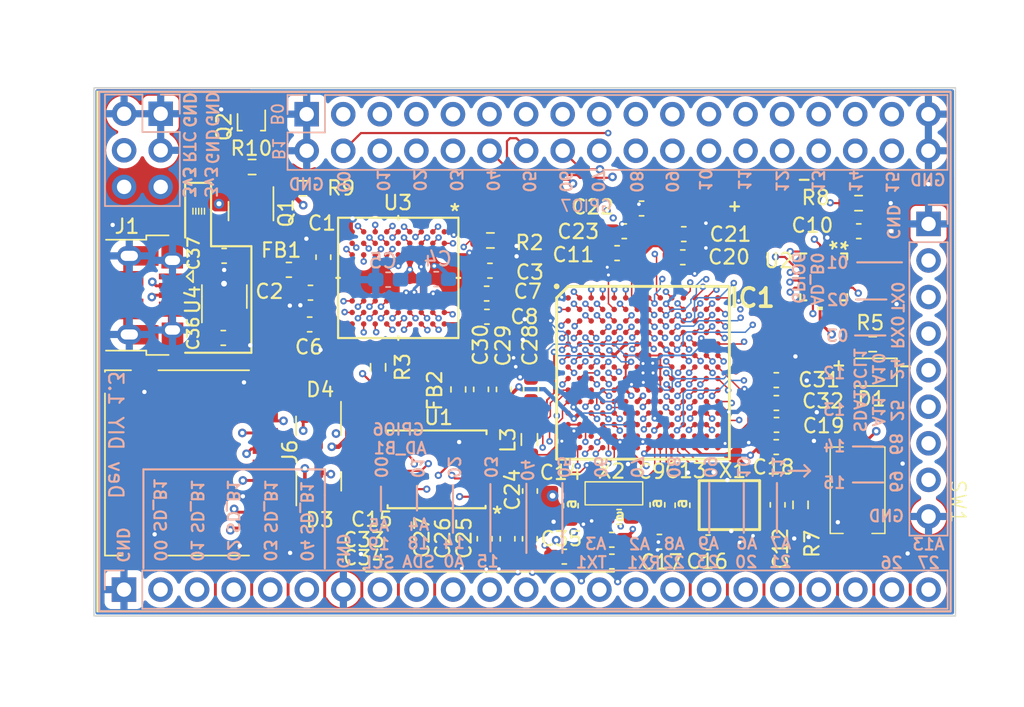
<source format=kicad_pcb>
(kicad_pcb (version 20221018) (generator pcbnew)
  (layers (0 "F.Cu" signal) (1 "In1.Cu" signal) (2 "In2.Cu" signal) (31 "B.Cu" signal) (34 "B.Paste" user) (35 "F.Paste" user) (36 "B.SilkS" user "B.Silkscreen") (37 "F.SilkS" user "F.Silkscreen") (38 "B.Mask" user) (39 "F.Mask" user) (44 "Edge.Cuts" user))
  (net 0 "")
  (net 3 "/3v3_Controlled")
  (net 4 "/AD_B0_03")
  (net 5 "/AD_B0_01")
  (net 6 "Net-(D1-K)")
  (net 8 "Net-(IC1-VDD_USB_CAP)")
  (net 10 "/AD_B0_14")
  (net 11 "/SD_B1_06")
  (net 12 "/SD_B1_07")
  (net 13 "/AD_B0_12")
  (net 16 "/USB1DP")
  (net 17 "/AD_B0_15")
  (net 18 "/AD_B0_13")
  (net 20 "Net-(IC1-VDD_SNVS_IN)")
  (net 23 "/SD_B1_09")
  (net 28 "/SD_B1_08")
  (net 29 "/SD_B1_10")
  (net 30 "/SD_B1_11")
  (net 33 "/DCDC_PSWITCH")
  (net 35 "/EMC_27")
  (net 36 "/EMC_20")
  (net 37 "/EMC_17")
  (net 38 "/EMC_16")
  (net 39 "/EMC_13")
  (net 40 "/EMC_15")
  (net 41 "/EMC_18")
  (net 42 "/EMC_26")
  (net 43 "/EMC_19")
  (net 44 "/EMC_14")
  (net 45 "/EMC_21")
  (net 46 "/EMC_09")
  (net 47 "/EMC_33")
  (net 48 "/EMC_31")
  (net 49 "/EMC_30")
  (net 50 "/EMC_28")
  (net 51 "/EMC_25")
  (net 52 "/EMC_24")
  (net 53 "/EMC_34")
  (net 54 "/EMC_32")
  (net 55 "/EMC_29")
  (net 56 "/EMC_00")
  (net 57 "/EMC_35")
  (net 58 "/AD_B0_06")
  (net 59 "/EMC_22")
  (net 60 "/EMC_04")
  (net 61 "/EMC_01")
  (net 62 "/EMC_02")
  (net 63 "/AD_B0_04")
  (net 64 "/AD_B0_07")
  (net 65 "/AD_B0_09")
  (net 66 "/EMC_10")
  (net 67 "/EMC_23")
  (net 68 "/EMC_11")
  (net 69 "/EMC_03")
  (net 70 "/EMC_05")
  (net 71 "/AD_B0_10")
  (net 72 "/EMC_12")
  (net 73 "/EMC_08")
  (net 74 "/EMC_07")
  (net 75 "/EMC_06")
  (net 76 "Net-(IC1-POR_B)")
  (net 78 "Net-(U2-PTB3)")
  (net 79 "/PROG_SWITCH")
  (net 83 "/GND")
  (net 84 "/SD_RAM_3v3")
  (net 85 "/EMC_36")
  (net 86 "/EMC_38")
  (net 88 "/AD_B0_02")
  (net 89 "/B0_06")
  (net 90 "/B0_07")
  (net 91 "/B0_11")
  (net 92 "/B0_05")
  (net 93 "/B0_08")
  (net 94 "/B0_04")
  (net 95 "/B0_09")
  (net 96 "/B0_12")
  (net 97 "/B0_00")
  (net 98 "/B0_03")
  (net 99 "/B0_10")
  (net 100 "/B0_13")
  (net 101 "/B0_01")
  (net 102 "/B0_02")
  (net 103 "/B0_14")
  (net 104 "/B0_15")
  (net 105 "/B1_00")
  (net 106 "/B1_08")
  (net 107 "/B1_09")
  (net 108 "/B1_01")
  (net 109 "/B1_07")
  (net 110 "/B1_10")
  (net 111 "/B1_15")
  (net 112 "/B1_02")
  (net 113 "/B1_06")
  (net 114 "/B1_11")
  (net 115 "/B1_14")
  (net 116 "/B1_03")
  (net 117 "/B1_05")
  (net 118 "/B1_12")
  (net 119 "/B1_13")
  (net 120 "/B1_04")
  (net 121 "/AD_B1_14")
  (net 122 "/AD_B1_13")
  (net 123 "/AD_B1_12")
  (net 124 "/AD_B1_08")
  (net 125 "/AD_B1_00")
  (net 126 "/AD_B1_06")
  (net 127 "/AD_B1_11")
  (net 128 "/AD_B1_15")
  (net 129 "/AD_B1_07")
  (net 130 "/AD_B1_01")
  (net 131 "/AD_B1_05")
  (net 132 "/AD_B1_02")
  (net 133 "/AD_B1_04")
  (net 134 "/AD_B1_10")
  (net 135 "/AD_B1_03")
  (net 136 "/AD_B1_09")
  (net 137 "Net-(IC1-GPIO_EMC_39)")
  (net 138 "/USB1DN")
  (net 139 "/AD_B0_08")
  (net 140 "Net-(IC1-XTALI)")
  (net 141 "Net-(IC1-XTALO)")
  (net 142 "Net-(IC1-RTC_XTALI)")
  (net 143 "Net-(IC1-RTC_XTALO)")
  (net 144 "/3v3Vin")
  (net 146 "/VBat")
  (net 147 "/EMC_3")
  (net 148 "/SD_B1_04")
  (net 149 "/SD_B1_02")
  (net 150 "/SD_B1_01")
  (net 151 "/SD_B1_00")
  (net 152 "/SD_B1_03")
  (net 153 "Net-(IC1-VDD_SNVS_CAP)")
  (net 154 "Net-(IC1-NVCC_PLL)")
  (net 155 "Net-(IC1-VDD_HIGH_CAP)")
  (net 158 "/SD_B0_04")
  (net 159 "/SD_B0_02")
  (net 160 "/SD_B0_05")
  (net 161 "/SD_B0_01")
  (net 162 "/SD_B0_00")
  (net 163 "/SD_B0_03")
  (net 164 "/USB+")
  (net 166 "Net-(IC1-DCDC_SENSE)")
  (net 167 "Net-(IC1-DCDC_LP_1)")
  (net 168 "Net-(IC1-DCDC_IN_1)")
  (net 169 "/PMIC")
  (net 170 "Net-(Q1-G)")
  (net 171 "Net-(U4-VOUT)")
  (footprint "Capacitor_SMD:C_0603_1608Metric_Pad1.08x0.95mm_HandSolder" (layer "F.Cu") (at 101.4487 97.4344)
    (fp_text reference "C6")
    (fp_text value "C")
  )
  (footprint "Capacitor_SMD:C_0603_1608Metric_Pad1.08x0.95mm_HandSolder" (layer "F.Cu") (at 133.8525 105.95 180)
    (fp_text reference "C18")
    (fp_text value "C")
  )
  (footprint "Clock 32.768khz Q13FC1350000400:XTAL_FC-135_EPS" (layer "F.Cu") (at 122.579 109.165)
    (fp_text reference "X2")
    (fp_text value "Q13FC1350000400" hide)
  )
  (footprint "Capacitor_SMD:C_0603_1608Metric_Pad1.08x0.95mm_HandSolder" (layer "F.Cu") (at 125.74 112.53)
    (fp_text reference "C17")
    (fp_text value "C")
  )
  (footprint "Capacitor_SMD:C_0603_1608Metric_Pad1.08x0.95mm_HandSolder" (layer "F.Cu") (at 133.86 102.89)
    (fp_text reference "C32")
    (fp_text value "C")
  )
  (footprint "Capacitor_SMD:C_0603_1608Metric_Pad1.08x0.95mm_HandSolder" (layer "F.Cu") (at 127.34 109.9925 90)
    (fp_text reference "C13")
    (fp_text value "C")
  )
  (footprint "Resistor_SMD:R_0603_1608Metric_Pad0.98x0.95mm_HandSolder" (layer "F.Cu") (at 139.57 89.01 180)
    (fp_text reference "R8")
    (fp_text value "R")
  )
  (footprint "IMXR1062:BGA196C80P14X14_1200X1200X152" (layer "F.Cu") (at 124.6 100.79)
    (fp_text reference "IC1")
    (fp_text value "MIMXRT1062DVJ6B" hide)
  )
  (footprint "Capacitor_SMD:C_0603_1608Metric_Pad1.08x0.95mm_HandSolder" (layer "F.Cu") (at 129.1215 112.571 180)
    (fp_text reference "C16")
    (fp_text value "C")
  )
  (footprint "Capacitor_SMD:C_0603_1608Metric_Pad1.08x0.95mm_HandSolder" (layer "F.Cu") (at 113.74 95.29 180)
    (fp_text reference "C7")
    (fp_text value "C")
  )
  (footprint "Clock 24mhz TSX-3225 24.0000MF20G-AC0:TSX-3225" (layer "F.Cu") (at 129.5 109.1825)
    (fp_text reference "X1")
    (fp_text value "TSX-3225")
  )
  (footprint "Capacitor_SMD:C_0603_1608Metric_Pad1.08x0.95mm_HandSolder" (layer "F.Cu") (at 113.9687 93.7006 180)
    (fp_text reference "C3")
    (fp_text value "C")
  )
  (footprint "Capacitor_SMD:C_0603_1608Metric_Pad1.08x0.95mm_HandSolder" (layer "F.Cu") (at 127.3625 92.77)
    (fp_text reference "C20")
    (fp_text value "C")
  )
  (footprint "LED_SMD:LED_0805_2012Metric_Pad1.15x1.40mm_HandSolder" (layer "F.Cu") (at 140.37 100.75 180)
    (fp_text reference "D1")
    (fp_text value "LED")
  )
  (footprint "Package_TO_SOT_SMD:SOT-23-5" (layer "F.Cu") (at 95.524 95.497 90)
    (fp_text reference "U4")
    (fp_text value "AP2112K-3.3")
  )
  (footprint "Resistor_SMD:R_0603_1608Metric_Pad0.98x0.95mm_HandSolder" (layer "F.Cu") (at 106.2 100.4125 -90)
    (fp_text reference "R3")
    (fp_text value "R")
  )
  (footprint "Capacitor_SMD:C_0603_1608Metric_Pad1.08x0.95mm_HandSolder" (layer "F.Cu") (at 113.76 96.9 180)
    (fp_text reference "C8")
    (fp_text value "C")
  )
  (footprint "Capacitor_SMD:C_0603_1608Metric_Pad1.08x0.95mm_HandSolder" (layer "F.Cu") (at 122.4325 112.39 180)
    (fp_text reference "C33")
    (fp_text value "C")
  )
  (footprint "Capacitor_SMD:C_0603_1608Metric_Pad1.08x0.95mm_HandSolder" (layer "F.Cu") (at 115.19 112.32 -90)
    (fp_text reference "C26")
    (fp_text value "C")
  )
  (footprint "Inductor_SMD:L_0603_1608Metric_Pad1.05x0.95mm_HandSolder" (layer "F.Cu") (at 111.771 101.949 -90)
    (fp_text reference "FB2")
    (fp_text value "FerriteBead")
  )
  (footprint "Capacitor_SMD:C_0603_1608Metric_Pad1.08x0.95mm_HandSolder" (layer "F.Cu") (at 125.6 109.9625 90)
    (fp_text reference "C9")
    (fp_text value "C")
  )
  (footprint "Capacitor_SMD:C_0603_1608Metric_Pad1.08x0.95mm_HandSolder" (layer "F.Cu") (at 122.8 92.48)
    (fp_text reference "C11")
    (fp_text value "C")
  )
  (footprint "Capacitor_SMD:C_0603_1608Metric_Pad1.08x0.95mm_HandSolder" (layer "F.Cu") (at 102.4 92.7625 -90)
    (fp_text reference "C1")
    (fp_text value "C")
  )
  (footprint "Package_TO_SOT_SMD:SOT-416" (layer "F.Cu") (at 97.4 83.4625 -90)
    (fp_text reference "Q2")
    (fp_text value "RE1C002UNTCL")
  )
  (footprint "Capacitor_SMD:C_0603_1608Metric_Pad1.08x0.95mm_HandSolder" (layer "F.Cu") (at 139.585 90.96 180)
    (fp_text reference "C10")
    (fp_text value "C")
  )
  (footprint "Capacitor_SMD:C_0603_1608Metric_Pad1.08x0.95mm_HandSolder" (layer "F.Cu") (at 95.4475 98.37)
    (fp_text reference "C36")
    (fp_text value "C")
  )
  (footprint "Capacitor_SMD:C_0603_1608Metric_Pad1.08x0.95mm_HandSolder" (layer "F.Cu") (at 113.351 101.9445 90)
    (fp_text reference "C30")
    (fp_text value "C")
  )
  (footprint "Capacitor_SMD:C_0603_1608Metric_Pad1.08x0.95mm_HandSolder" (layer "F.Cu") (at 116.82 101.947 90)
    (fp_text reference "C28")
    (fp_text value "C")
  )
  (footprint "Inductor_SMD:L_0603_1608Metric_Pad1.05x0.95mm_HandSolder" (layer "F.Cu") (at 100.005 93.64 180)
    (fp_text reference "FB1")
    (fp_text value "FerriteBead")
  )
  (footprint "Capacitor_SMD:C_0603_1608Metric_Pad1.08x0.95mm_HandSolder" (layer "F.Cu") (at 114.931 101.9465 90)
    (fp_text reference "C29")
    (fp_text value "C")
  )
  (footprint "Capacitor_SMD:C_0603_1608Metric_Pad1.08x0.95mm_HandSolder" (layer "F.Cu") (at 133.95 109.9625 90)
    (fp_text reference "C12")
    (fp_text value "C")
  )
  (footprint "Inductor_SMD:L_0805_2012Metric" (layer "F.Cu") (at 116.71 105.4255 -90)
    (fp_text reference "L3")
    (fp_text value "L")
  )
  (footprint "Package_TO_SOT_SMD:SOT-23" (layer "F.Cu") (at 97.37 89.5625 -90)
    (fp_text reference "Q1")
    (fp_text value "DMG2305UXQ")
  )
  (footprint "Capacitor_SMD:C_0603_1608Metric_Pad1.08x0.95mm_HandSolder" (layer "F.Cu") (at 116.74 112.32 -90)
    (fp_text reference "C25")
    (fp_text value "C")
  )
  (footprint "Capacitor_SMD:C_0603_1608Metric_Pad1.08x0.95mm_HandSolder" (layer "F.Cu") (at 133.8575 101.3)
    (fp_text reference "C31")
    (fp_text value "C")
  )
  (footprint "Capacitor_SMD:C_0603_1608Metric_Pad1.08x0.95mm_HandSolder" (layer "F.Cu") (at 116.75 109.0025 90)
    (fp_text reference "C24")
    (fp_text value "C")
  )
  (footprint "Capacitor_SMD:C_0603_1608Metric_Pad1.08x0.95mm_HandSolder" (layer "F.Cu") (at 127.43 91.16)
    (fp_text reference "C21")
    (fp_text value "C")
  )
  (footprint "Brad:PTS636Button" (layer "F.Cu") (at 139.5 108.95 -90)
    (fp_text reference "SW1")
    (fp_text value "SW_Push")
  )
  (footprint "Resistor_SMD:R_0603_1608Metric_Pad0.98x0.95mm_HandSolder" (layer "F.Cu") (at 100.9825 87.98)
    (fp_text reference "R9")
    (fp_text value "R")
  )
  (footprint "Resistor_SMD:R_0603_1608Metric_Pad0.98x0.95mm_HandSolder" (layer "F.Cu") (at 135.54 109.965 90)
    (fp_text reference "R7")
    (fp_text value "R")
  )
  (footprint "TeensyBootloader:QFN-16_3X3X0.65_NXP" (layer "F.Cu") (at 137.15 94.132601 -90)
    (fp_text reference "U2")
    (fp_text value "MKL02Z32VFG4")
  )
  (footprint "Package_TO_SOT_SMD:SOT-23" (layer "F.Cu") (at 102.062 104.4745 -90)
    (fp_text reference "D4")
    (fp_text value "BAT54C")
  )
  (footprint "Package_TO_SOT_SMD:SOT-23" (layer "F.Cu") (at 102.08 108.3325 90)
    (fp_text reference "D3")
    (fp_text value "BAT54C")
  )
  (footprint "Resistor_SMD:R_0603_1608Metric_Pad0.98x0.95mm_HandSolder" (layer "F.Cu") (at 97.45 86.5 180)
    (fp_text reference "R10")
    (fp_text value "R")
  )
  (footprint "Capacitor_SMD:C_0603_1608Metric_Pad1.08x0.95mm_HandSolder" (layer "F.Cu") (at 95.5075 92.668)
    (fp_text reference "C37")
    (fp_text value "C")
  )
  (footprint "Capacitor_SMD:C_0603_1608Metric_Pad1.08x0.95mm_HandSolder" (layer "F.Cu") (at 122.4375 113.9 180)
    (fp_text reference "C34")
    (fp_text value "C")
  )
  (footprint "Capacitor_SMD:C_0603_1608Metric_Pad1.08x0.95mm_HandSolder" (layer "F.Cu") (at 124.5 89.38 180)
    (fp_text reference "C22")
    (fp_text value "C")
  )
  (footprint "Resistor_SMD:R_0603_1608Metric_Pad0.98x0.95mm_HandSolder" (layer "F.Cu") (at 140.55 98.8 180)
    (fp_text reference "R5")
    (fp_text value "R")
  )
  (footprint "Capacitor_SMD:C_0603_1608Metric_Pad1.08x0.95mm_HandSolder" (layer "F.Cu") (at 119.58 110.02 -90)
    (fp_text reference "C14")
    (fp_text value "C")
  )
  (footprint "Resistor_SMD:R_0603_1608Metric_Pad0.98x0.95mm_HandSolder" (layer "F.Cu") (at 114 91.6 180)
    (fp_text reference "R2")
    (fp_text value "R")
  )
  (footprint "Brad:Bridge" (layer "F.Cu") (at 93.74 89.57 90)
    (fp_text reference "U5" hide)
    (fp_text value "~")
  )
  (footprint "BradsLibrary:Smaller_SOIC_128JVPIM_WIN" (layer "F.Cu") (at 110.263 107.496 180)
    (fp_text reference "U1")
    (fp_text value "W25Q128JVPIM")
  )
  (footprint "Connector_Card:microSD_HC_Hirose_DM3D-SF" (layer "F.Cu") (at 93.015 107.05 90)
    (fp_text reference "J6")
    (fp_text value "Micro_SD_Card_Det_Hirose_DM3AT")
  )
  (footprint "Memory:TFBGA-54_8X8_ISI" (layer "F.Cu") (at 107.6 94.2 -90)
    (fp_text reference "U3")
    (fp_text value "IS42S16160J-6BLI")
  )
  (footprint "Capacitor_SMD:C_0603_1608Metric_Pad1.08x0.95mm_HandSolder" (layer "F.Cu") (at 122.9375 110.8 180)
    (fp_text reference "C15")
    (fp_text value "C")
  )
  (footprint "Capacitor_SMD:C_0603_1608Metric_Pad1.08x0.95mm_HandSolder" (layer "F.Cu") (at 119.1325 113.56)
    (fp_text reference "C35")
    (fp_text value "C")
  )
  (footprint "Capacitor_SMD:C_0603_1608Metric_Pad1.08x0.95mm_HandSolder" (layer "F.Cu") (at 101.5025 95.23)
    (fp_text reference "C2")
    (fp_text value "C")
  )
  (footprint "Connector_USB:USB_Micro-B_Amphenol_10103594-0001LF_Horizontal" (layer "F.Cu") (at 90.035 95.425 -90)
    (fp_text reference "J1")
    (fp_text value "USB_B_Micro")
  )
  (footprint "Capacitor_SMD:C_0603_1608Metric_Pad1.08x0.95mm_HandSolder" (layer "F.Cu") (at 113.6 112.32 -90)
    (fp_text reference "C27")
    (fp_text value "C")
  )
  (footprint "Capacitor_SMD:C_0603_1608Metric_Pad1.08x0.95mm_HandSolder" (layer "F.Cu") (at 123.2975 90.96 180)
    (fp_text reference "C23")
    (fp_text value "C")
  )
  (footprint "Capacitor_SMD:C_0603_1608Metric_Pad1.08x0.95mm_HandSolder" (layer "F.Cu") (at 133.8725 104.41 180)
    (fp_text reference "C19")
    (fp_text value "C")
  )
  (footprint "Connector_PinHeader_2.54mm:PinHeader_2x03_P2.54mm_Vertical" (layer "B.Cu") (at 91.1 82.8 180)
    (fp_text reference "J7" hide)
    (fp_text value "Conn_02x04_Odd_Even")
  )
  (footprint "Connector_PinHeader_2.54mm:PinHeader_1x09_P2.54mm_Vertical" (layer "B.Cu") (at 144.43 90.45 180)
    (fp_text reference "J4" hide)
    (fp_text value "Conn_01x08")
  )
  (footprint "Capacitor_SMD:C_0603_1608Metric_Pad1.08x0.95mm_HandSolder" (layer "B.Cu") (at 110.2375 94.285)
    (fp_text reference "C4")
    (fp_text value "C")
  )
  (footprint "Connector_PinHeader_2.54mm:PinHeader_1x23_P2.54mm_Vertical" (layer "B.Cu") (at 88.55 115.85 -90)
    (fp_text reference "J2" hide)
    (fp_text value "Conn_01x23")
  )
  (footprint "Capacitor_SMD:C_0603_1608Metric_Pad1.08x0.95mm_HandSolder" (layer "B.Cu") (at 106.8975 94.324)
    (fp_text reference "C5")
    (fp_text value "C")
  )
  (footprint "Connector_PinHeader_2.54mm:PinHeader_2x18_P2.54mm_Vertical" (layer "B.Cu") (at 101.24 82.83 -90)
    (fp_text reference "J3" hide)
    (fp_text value "Conn_02x18_Odd_Even")
  )
  (gr_line (start 136.2 107.6) (end 135.8 108) (stroke (width 0.15)) (layer "B.SilkS"))
  (gr_line (start 139.18 108.41) (end 141.28 108.41) (stroke (width 0.15)) (layer "B.SilkS"))
  (gr_line (start 119 108.45) (end 119 113.3) (stroke (width 0.15)) (layer "B.SilkS"))
  (gr_line (start 89.9 114.37) (end 89.9 107.5) (stroke (width 0.15)) (layer "B.SilkS"))
  (gr_line (start 89.9 107.5) (end 102.5 107.5) (stroke (width 0.15)) (layer "B.SilkS"))
  (gr_rect (start 86.83 81.28) (end 145.96 117.36) (stroke (width 0.15)) (fill none) (layer "B.SilkS"))
  (gr_line (start 139.18 105.91) (end 141.28 105.91) (stroke (width 0.15)) (layer "B.SilkS"))
  (gr_line (start 116.5 108.5) (end 116.5 113.3) (stroke (width 0.15)) (layer "B.SilkS"))
  (gr_line (start 129.2 108.45) (end 129.2 111.9) (stroke (width 0.15)) (layer "B.SilkS"))
  (gr_line (start 114 108.525) (end 114 113.2) (stroke (width 0.15)) (layer "B.SilkS"))
  (gr_line (start 133.9 108.45) (end 133.9 111.9) (stroke (width 0.15)) (layer "B.SilkS"))
  (gr_line (start 102.5 114.38) (end 102.5 109.3) (stroke (width 0.15)) (layer "B.SilkS"))
  (gr_line (start 108.9 108.65) (end 108.9 110.35) (stroke (width 0.15)) (layer "B.SilkS"))
  (gr_line (start 139.4 95.7) (end 141.5 95.7) (stroke (width 0.15)) (layer "B.SilkS"))
  (gr_line (start 136.2 107.6) (end 135.8 107.2) (stroke (width 0.15)) (layer "B.SilkS"))
  (gr_line (start 134.7 107.6) (end 136.2 107.6) (stroke (width 0.15)) (layer "B.SilkS"))
  (gr_line (start 111.4 108.6) (end 111.4 111.9) (stroke (width 0.15)) (layer "B.SilkS"))
  (gr_line (start 139.33 98.2) (end 141.43 98.2) (stroke (width 0.15)) (layer "B.SilkS"))
  (gr_line (start 131.6 108.45) (end 131.6 111.9) (stroke (width 0.15)) (layer "B.SilkS"))
  (gr_line (start 139.48 93.12) (end 142.58 93.12) (stroke (width 0.15)) (layer "B.SilkS"))
  (gr_line (start 106.4 108.7) (end 106.4 110.4) (stroke (width 0.15)) (layer "B.SilkS"))
  (gr_line (start 102.5 107.5) (end 102.5 109.3) (stroke (width 0.15)) (layer "B.SilkS"))
  (gr_line (start 92.8 87.6) (end 92.8 91.4) (stroke (width 0.15)) (layer "F.SilkS"))
  (gr_line (start 105.38 114.59) (end 122.58 114.6) (stroke (width 0.15)) (layer "F.SilkS"))
  (gr_line (start 94.6 87.6) (end 92.8 87.6) (stroke (width 0.15)) (layer "F.SilkS"))
  (gr_line (start 97.4 99.4) (end 97.4 92) (stroke (width 0.15)) (layer "F.SilkS"))
  (gr_line (start 92.8 99.4) (end 97.4 99.4) (stroke (width 0.15)) (layer "F.SilkS"))
  (gr_line (start 105.18 114.38) (end 105.38 114.59) (stroke (width 0.15)) (layer "F.SilkS"))
  (gr_rect (start 86.71 81.28) (end 145.96 117.36) (stroke (width 0.15)) (fill none) (layer "F.SilkS"))
  (gr_line (start 97.4 92) (end 94.6 92) (stroke (width 0.15)) (layer "F.SilkS"))
  (gr_line (start 94.6 92) (end 94.6 87.6) (stroke (width 0.15)) (layer "F.SilkS"))
  (gr_rect (start 86.47 81) (end 146.3 117.68) (stroke (width 0.1)) (fill none) (layer "Edge.Cuts"))
  (gr_text "11" (at 133.5 108.2 270) (layer "B.SilkS") (effects (font (size 0.8 0.8)) (justify left bottom mirror)))
  (gr_text "A13\n27" (at 144.43 114.46) (layer "B.SilkS") (effects (font (size 0.8 0.8)) (justify bottom mirror)))
  (gr_text "08" (at 123.66 88.38 270) (layer "B.SilkS") (effects (font (size 0.8 0.8)) (justify left bottom mirror)))
  (gr_text "14" (at 138.87 88.33 -90) (layer "B.SilkS") (effects (font (size 0.8 0.8)) (justify left bottom mirror)))
  (gr_text "GPIO6" (at 109.5 105.2) (layer "B.SilkS") (effects (font (size 0.8 0.8)) (justify left bottom mirror)))
  (gr_text "SD_B1" (at 93.162 108.1 270) (layer "B.SilkS") (effects (font (size 0.8 0.8)) (justify right bottom mirror)))
  (gr_text "GND" (at 103.3 114.5 -90) (layer "B.SilkS") (effects (font (size 0.8 0.8)) (justify left bottom mirror)))
  (gr_text "00" (at 90.6 114 -90) (layer "B.SilkS") (effects (font (size 0.8 0.8)) (justify left bottom mirror)))
  (gr_text "26" (at 142.72 114.46) (layer "B.SilkS") (effects (font (size 0.8 0.8)) (justify left bottom mirror)))
  (gr_text "09" (at 126.13 88.38 270) (layer "B.SilkS") (effects (font (size 0.8 0.8)) (justify left bottom mirror)))
  (gr_text "Dev DIY 1.3" (at 87.39 109.64 270) (layer "B.SilkS") (effects (font (size 1 1)) (justify left bottom mirror)))
  (gr_text "15" (at 141.42 88.41 -90) (layer "B.SilkS") (effects (font (size 0.8 0.8)) (justify left bottom mirror)))
  (gr_text "14" (at 138.744 106.358) (layer "B.SilkS") (effects (font (size 0.8 0.8)) (justify left bottom mirror)))
  (gr_text "03" (at 98.222 114 -90) (layer "B.SilkS") (effects (font (size 0.8 0.8)) (justify left bottom mirror)))
  (gr_text "25\nA11\nSDA1" (at 139.18 103.41 270) (layer "B.SilkS") (effects (font (size 0.8 0.8)) (justify bottom mirror)))
  (gr_text "GND" (at 142.82 111.21) (layer "B.SilkS") (effects (font (size 0.8 0.8)) (justify left bottom mirror)))
  (gr_text "01" (at 93.142 114 -90) (layer "B.SilkS") (effects (font (size 0.8 0.8)) (justify left bottom mirror)))
  (gr_text "10" (at 131.1 108.2 270) (layer "B.SilkS") (effects (font (size 0.8 0.8)) (justify left bottom mirror)))
  (gr_text "B1" (at 98.8 86.1 270) (layer "B.SilkS") (effects (font (size 0.8 0.8) (thickness 0.125)) (justify left bottom mirror)))
  (gr_text "02" (at 111 108.2 -90) (layer "B.SilkS") (effects (font (size 0.8 0.8)) (justify left bottom mirror)))
  (gr_text "02" (at 95.682 114 -90) (layer "B.SilkS") (effects (font (size 0.8 0.8)) (justify left bottom mirror)))
  (gr_text "04" (at 116.07 108.42 -90) (layer "B.SilkS") (effects (font (size 0.8 0.8)) (justify left bottom mirror)))
  (gr_text "GND" (at 92.64 83.84 -90) (layer "B.SilkS") (effects (font (size 0.8 0.8)) (justify left bottom mirror)))
  (gr_text "11" (at 131.16 88.21 -90) (layer "B.SilkS") (effects (font (size 0.8 0.8)) (justify left bottom mirror)))
  (gr_text "09" (at 128.78 108.2 -90) (layer "B.SilkS") (effects (font (size 0.8 0.8)) (justify left bottom mirror)))
  (gr_text "SD_B1" (at 100.762 108.2 270) (layer "B.SilkS") (effects (font (size 0.8 0.8)) (justify right bottom mirror)))
  (gr_text "12" (at 138.744 101.278) (layer "B.SilkS") (effects (font (size 0.8 0.8)) (justify left bottom mirror)))
  (gr_text "A8\n22" (at 127.59 114.43) (layer "B.SilkS") (effects (font (size 0.8 0.8)) (justify left bottom mirror)))
  (gr_text "SD_B1" (at 95.662 108.1 270) (layer "B.SilkS") (effects (font (size 0.8 0.8)) (justify right bottom mirror)))
  (gr_text "04" (at 113.69 88.29 -90) (layer "B.SilkS") (effects (font (size 0.8 0.8)) (justify left bottom mirror)))
  (gr_text "RTC" (at 92.61 86.3 270) (layer "B.SilkS") (effects (font (size 0.8 0.8)) (justify left bottom mirror)))
  (gr_text "RX0" (at 141.78 99.24 270) (layer "B.SilkS") (effects (font (size 0.8 0.8)) (justify left bottom mirror)))
  (gr_text "14\nA0" (at 111.46 114.36) (layer "B.SilkS") (effects (font (size 0.8 0.8)) (justify bottom mirror)))
  (gr_text "15" (at 114.67 114.36) (layer "B.SilkS") (effects (font (size 0.8 0.8)) (justify left bottom mirror)))
  (gr_text "A5\n19\nSCL" (at 106.24 114.44) (layer "B.SilkS") (effects (font (size 0.8 0.8)) (justify bottom mirror)))
  (gr_text "00" (at 103.31 88.39 -90) (layer "B.SilkS") (effects (font (size 0.8 0.8)) (justify left bottom mirror)))
  (gr_text "05" (at 116.21 88.36 -90) (layer "B.SilkS") (effects (font (size 0.8 0.8)) (justify left bottom mirror)))
  (gr_text "03" (at 138.964 98.688) (layer "B.SilkS") (effects (font (size 0.8 0.8)) (justify left bottom mirror)))
  (gr_text "13" (at 136.27 88.33 -90) (layer "B.SilkS") (effects (font (size 0.8 0.8)) (justify left bottom mirror)))
  (gr_text "07" (at 120.99 88.36 -90) (layer "B.SilkS") (effects (font (size 0.8 0.8)) (justify left bottom mirror)))
  (gr_text "GND" (at 88 114.07 -90) (layer "B.SilkS") (effects (font (size 0.8 0.8)) (justify left bottom mirror)))
  (gr_text "A4\n18\nSDA" (at 109.01 114.39) (layer "B.SilkS") (effects (font (size 0.8 0.8)) (justify bottom mirror)))
  (gr_text "13" (at 138.744 103.818) (layer "B.SilkS") (effects (font (size 0.8 0.8)) (justify left bottom mirror)))
  (gr_text "04" (at 100.762 114 -90) (layer "B.SilkS") (effects (font (size 0.8 0.8)) (justify left bottom mirror)))
  (gr_text "B0" (at 98.7 83.7 270) (layer "B.SilkS") (effects (font (size 0.8 0.8) (thickness 0.125)) (justify left bottom mirror)))
  (gr_text "GPIO7" (at 122.53 89.67) (layer "B.SilkS") (effects (font (size 0.8 0.8) (thickness 0.125)) (justify left bottom mirror)))
  (gr_text "01" (at 108.46 108.2 -90) (layer "B.SilkS") (effects (font (size 0.8 0.8)) (justify left bottom mirror)))
  (gr_text "GND" (at 145.7 87.88) (layer "B.SilkS") (effects (font (size 0.8 0.8)) (justify left bottom mirror)))
  (gr_text "AD_B0" (at 136.2 96.2 -90) (layer "B.SilkS") (effects (font (size 0.8 0.8)) (justify left bottom mirror)))
  (gr_text "01" (at 138.964 93.608) (layer "B.SilkS") (effects (font (size 0.8 0.8)) (justify left bottom mirror)))
  (gr_text "00" (at 105.918 108.2 -90) (layer "B.SilkS") (effects (font (size 0.8 0.8)) (justify left bottom mirror)))
  (gr_text "A3\n TX1" (at 121.31 114.43) (layer "B.SilkS") (effects (font (size 0.8 0.8)) (justify bottom mirror)))
  (gr_text "01" (at 106.07 88.29 -90) (layer "B.SilkS") (effects (font (size 0.8 0.8)) (justify left bottom mirror)))
  (gr_text "24\nA10\nSCL1" (at 139.18 100.51 270) (layer "B.SilkS") (effects (font (size 0.8 0.8)) (justify bottom mirror)))
  (gr_text "10" (at 128.45 88.25 270) (layer "B.SilkS") (effects (font (size 0.8 0.8)) (justify left bottom mirror)))
  (gr_text "GND" (at 94.2 86.4 -90) (layer "B.SilkS") (effects (font (size 0.8 0.8)) (justify left bottom mirror)))
  (gr_text "SD_B1" (at 90.562 108 270) (layer "B.SilkS") (effects (font (size 0.8 0.8)) (justify right bottom mirror)))
  (gr_text "TX0" (at 141.8 96.7 270) (layer "B.SilkS") (effects (font (size 0.8 0.8)) (justify left bottom mirror)))
  (gr_text "02" (at 139 96.2) (layer "B.SilkS") (effects (font (size 0.8 0.8)) (justify left bottom mirror)))
  (gr_text "SD_B1" (at 98.262 108.1 270) (layer "B.SilkS") (effects (font (size 0.8 0.8)) (justify right bottom mirror)))
  (gr_text "02" (at 108.61 88.29 -90) (layer "B.SilkS") (effects (font (size 0.8 0.8)) (justify left bottom mirror)))
  (gr_text " A2\nRX1" (at 124.65 114.45) (layer "B.SilkS") (effects (font (size 0.8 0.8)) (justify bottom mirror)))
  (gr_text "GND" (at 141.5 91.64 -90) (layer "B.SilkS") (effects (font (size 0.8 0.8)) (justify left bottom mirror)))
  (gr_text "06" (at 118.75 88.36 -90) (layer "B.SilkS") (effects (font (size 0.8 0.8)) (justify left bottom mirror)))
  (gr_text "GPIO6" (at 134.9 96.1 -90) (layer "B.SilkS") (effects (font (size 0.8 0.8)) (justify left bottom mirror)))
  (gr_text "A6\n20" (at 132.62 114.4) (layer "B.SilkS") (effects (font (size 0.8 0.8)) (justify left bottom mirror)))
  (gr_text "05" (at 118.62 108.2 -90) (layer "B.SilkS") (effects (font (size 0.8 0.8)) (justify left bottom mirror)))
  (gr_text "03" (at 111.15 88.29 -90) (layer "B.SilkS") (effects (font (size 0.8 0.8)) (justify left bottom mirror)))
  (gr_text "GND" (at 102.54 88.18) (layer "B.SilkS") (effects (font (size 0.8 0.8)) (justify left bottom mirror)))
  (gr_text "A9\n23" (at 129.96 114.4) (layer "B.SilkS") (effects (font (size 0.8 0.8)) (justify left bottom mirror)))
  (gr_text "A7\n21" (at 134.98 114.39) (layer "B.SilkS") (effects (font (size 0.8 0.8)) (justify left bottom mirror)))
  (gr_text "69" (at 141.68 109.21 -90) (layer "B.SilkS") (effects (font (size 0.8 0.8)) (justify left bottom mirror)))
  (gr_text "03" (at 113.54 108.2 -90) (layer "B.SilkS") (effects (font (size 0.8 0.8)) (justify left bottom mirror)))
  (gr_text "68" (at 141.68 106.61 -90) (layer "B.SilkS") (effects (font (size 0.8 0.8)) (justify left bottom mirror)))
  (gr_text "3v3" (at 92.6 88.72 -90) (layer "B.SilkS") (effects (font (size 0.8 0.8)) (justify left bottom mirror)))
  (gr_text "GND" (at 94.2 83.8 -90) (layer "B.SilkS") (effects (font (size 0.8 0.8)) (justify left bottom mirror)))
  (gr_text "12" (at 133.77 88.33 -90) (layer "B.SilkS") (effects (font (size 0.8 0.8)) (justify left bottom mirror)))
  (gr_text "07" (at 123.7 108.2 -90) (layer "B.SilkS") (effects (font (size 0.8 0.8)) (justify left bottom mirror)))
  (gr_text "06" (at 121.16 108.2 -90) (layer "B.SilkS") (effects (font (size 0.8 0.8)) (justify left bottom mirror)))
  (gr_text "08" (at 126.24 108.2 -90) (layer "B.SilkS") (effects (font (size 0.8 0.8)) (justify left bottom mirror)))
  (gr_text "AD_B1" (at 105.8 106.5) (layer "B.SilkS") (effects (font (size 0.8 0.8)) (justify right bottom mirror)))
  (gr_text "3v3" (at 94.1 88.7 -90) (layer "B.SilkS") (effects (font (size 0.8 0.8)) (justify left bottom mirror)))
  (gr_text "15" (at 138.744 108.898) (layer "B.SilkS") (effects (font (size 0.8 0.8)) (justify left bottom mirror)))
  (gr_text "GND" (at 92.63 83.85 270) (layer "F.SilkS") (effects (font (size 0.8 0.8)) (justify left bottom mirror)))
  (gr_text "*" (at 111.0488 90.1954) (layer "F.SilkS") (effects (font (size 1 1)) (justify left bottom)))
  (gr_text "3v3" (at 92.59 88.71 270) (layer "F.SilkS") (effects (font (size 0.8 0.8)) (justify left bottom mirror)))
  (gr_text "a" (at 120.02 110.36 90) (layer "F.SilkS") (effects (font (size 0.8 0.8)) (justify left bottom)))
  (gr_text "+" (at 137.6 100.7) (layer "F.SilkS") (effects (font (size 0.8 0.8)) (justify left bottom)))
  (gr_text "a" (at 122.55 111.13) (layer "F.SilkS") (effects (font (size 0.8 0.8)) (justify left bottom)))
  (gr_text "-" (at 135.2 87.8) (layer "F.SilkS") (effects (font (size 0.8 0.8)) (justify left bottom)))
  (gr_text "-" (at 142.23 100.75) (layer "F.SilkS") (effects (font (size 0.8 0.8)) (justify left bottom)))
  (gr_text "a" (at 127.71 110.33 90) (layer "F.SilkS") (effects (font (size 0.8 0.8)) (justify left bottom)))
  (gr_text "+" (at 130.37 89.65) (layer "F.SilkS") (effects (font (size 0.8 0.8)) (justify left bottom)))
  (gr_text "a" (at 125.96 110.32 90) (layer "F.SilkS") (effects (font (size 0.8 0.8)) (justify left bottom)))
  (segment (start 126.197654 99.187654) (end 125.8 98.79) (width 0.2) (layer "F.Cu") (net 3))
  (segment (start 99.95 117.06) (end 99.95 114.66) (width 0.2) (layer "F.Cu") (net 3))
  (segment (start 131.99 104.34) (end 131.99 103.53) (width 0.3) (layer "F.Cu") (net 3))
  (segment (start 115.19 111.4575) (end 113.6 111.4575) (width 0.3) (layer "F.Cu") (net 3))
  (segment (start 138.11 117.08) (end 138.11 114.68) (width 0.2) (layer "F.Cu") (net 3))
  (segment (start 143.16 117.07) (end 143.16 114.67) (width 0.2) (layer "F.Cu") (net 3))
  (segment (start 118.319085 109.333085) (end 117.281915 109.333085) (width 0.3) (layer "F.Cu") (net 3))
  (segment (start 132.63 102.89) (end 132.9975 102.89) (width 0.2) (layer "F.Cu") (net 3))
  (segment (start 126.6 101.964) (end 126.232 101.596) (width 0.2) (layer "F.Cu") (net 3))
  (segment (start 122.6 102.79) (end 121.8 102.79) (width 0.1003) (layer "F.Cu") (net 3))
  (segment (start 116.75 109.865) (end 116.75 111.4475) (width 0.3) (layer "F.Cu") (net 3))
  (segment (start 129.8 105.19) (end 129.909 105.19) (width 0.102) (layer "F.Cu") (net 3))
  (segment (start 135.53 117.03) (end 135.53 114.63) (width 0.2) (layer "F.Cu") (net 3))
  (segment (start 126.225 99.187654) (end 126.197654 99.187654) (width 0.2) (layer "F.Cu") (net 3))
  (segment (start 125.8 98.79) (end 126.6 99.59) (width 0.2) (layer "F.Cu") (net 3))
  (segment (start 122.263724 99.234976) (end 122.6 99.571252) (width 0.2) (layer "F.Cu") (net 3))
  (segment (start 122.6 102.79) (end 123.4 101.99) (width 0.2) (layer "F.Cu") (net 3))
  (segment (start 122.6 99.59) (end 123.4 98.79) (width 0.2) (layer "F.Cu") (net 3))
  (segment (start 131.99 103.53) (end 132.63 102.89) (width 0.3) (layer "F.Cu") (net 3))
  (segment (start 110.13 117.09) (end 110.13 114.69) (width 0.2) (layer "F.Cu") (net 3))
  (segment (start 131.14 105.19) (end 131.99 104.34) (width 0.3) (layer "F.Cu") (net 3))
  (segment (start 97.42 117.06) (end 97.42 114.66) (width 0.2) (layer "F.Cu") (net 3))
  (segment (start 128.667306 106.457306) (end 128.2 105.99) (width 0.2) (layer "F.Cu") (net 3))
  (segment (start 94.9 117.02) (end 94.9 114.62) (width 0.2) (layer "F.Cu") (net 3))
  (segment (start 107.378777 109.556777) (end 107.223 109.401) (width 0.102) (layer "F.Cu") (net 3))
  (segment (start 122.6 99.571252) (end 122.6 99.59) (width 0.2) (layer "F.Cu") (net 3))
  (segment (start 131.158694 106.457306) (end 128.667306 106.457306) (width 0.2) (layer "F.Cu") (net 3))
  (segment (start 130.46 117.05) (end 130.46 114.65) (width 0.2) (layer "F.Cu") (net 3))
  (segment (start 131.158694 105.658694) (end 130.69 105.19) (width 0.2) (layer "F.Cu") (net 3))
  (segment (start 116.75 111.4475) (end 116.74 111.4575) (width 0.3) (layer "F.Cu") (net 3))
  (segment (start 131.158694 106.457306) (end 131.158694 105.658694) (width 0.2) (layer "F.Cu") (net 3))
  (segment (start 137.900001 92.705202) (end 137.994798 92.705202) (width 0.2) (layer "F.Cu") (net 3))
  (segment (start 140.63 117.09) (end 140.63 114.69) (width 0.2) (layer "F.Cu") (net 3))
  (segment (start 116.74 111.4575) (end 115.19 111.4575) (width 0.3) (layer "F.Cu") (net 3))
  (segment (start 102.49 117.06) (end 102.49 114.66) (width 0.2) (layer "F.Cu") (net 3))
  (segment (start 123.7795 102.3695) (end 123.4 101.99) (width 0.2) (layer "F.Cu") (net 3))
  (segment (start 137.994798 92.705202) (end 138.717 91.983) (width 0.25) (layer "F.Cu") (net 3))
  (segment (start 138.717 91.983) (end 138.717 90.497) (width 0.25) (layer "F.Cu") (net 3))
  (segment (start 130.69 105.19) (end 129.909 105.19) (width 0.2) (layer "F.Cu") (net 3))
  (segment (start 105.07 117.12) (end 105.07 114.72) (width 0.2) (layer "F.Cu") (net 3))
  (segment (start 127.88 117.04) (end 127.88 114.64) (width 0.2) (layer "F.Cu") (net 3))
  (segment (start 123.7795 102.38658) (end 123.7795 102.3695) (width 0.2) (layer "F.Cu") (net 3))
  (segment (start 117.281915 109.333085) (end 116.75 109.865) (width 0.3) (layer "F.Cu") (net 3))
  (segment (start 126.6 101.99) (end 126.6 101.964) (width 0.102) (layer "F.Cu") (net 3))
  (segment (start 107.61 117.11) (end 107.61 114.71) (width 0.2) (layer "F.Cu") (net 3))
  (segment (start 130.69 105.19) (end 131.14 105.19) (width 0.2) (layer "F.Cu") (net 3))
  (segment (start 133 117.09) (end 133 114.69) (width 0.2) (layer "F.Cu") (net 3))
  (via (at 126.232 101.596) (size 0.45) (drill 0.21) (layers "F.Cu" "B.Cu") (net 3))
  (via (at 126.225 99.187654) (size 0.45) (drill 0.21) (layers "F.Cu" "B.Cu") (net 3))
  (via (at 118.319085 109.333085) (size 0.8) (drill 0.4) (layers "F.Cu" "B.Cu") (net 3))
  (via (at 122.263724 99.234976) (size 0.45) (drill 0.21) (layers "F.Cu" "B.Cu") (net 3))
  (via (at 123.7795 102.38658) (size 0.45) (drill 0.21) (layers "F.Cu" "B.Cu") (net 3))
  (segment (start 127.036192 100.753808) (end 127.4 100.39) (width 0.102) (layer "F.Cu") (net 4))
  (segment (start 127.036192 100.787154) (end 127.036192 100.753808) (width 0.102) (layer "F.Cu") (net 4))
  (via (at 127.036192 100.787154) (size 0.45) (drill 0.21) (layers "F.Cu" "B.Cu") (net 4))
  (segment (start 126.212327 100.801) (end 126.6 101.188673) (width 0.102) (layer "F.Cu") (net 5))
  (segment (start 126.6 101.188673) (end 126.6 101.19) (width 0.102) (layer "F.Cu") (net 5))
  (via (at 126.212327 100.801) (size 0.45) (drill 0.21) (layers "F.Cu" "B.Cu") (net 5))
  (segment (start 141.4625 100.6825) (end 141.395 100.75) (width 0.102) (layer "F.Cu") (net 6))
  (segment (start 141.4625 98.8) (end 141.4625 100.6825) (width 0.2) (layer "F.Cu") (net 6))
  (segment (start 123.89 111.647777) (end 123.89 111.795) (width 0.25) (layer "F.Cu") (net 8))
  (segment (start 101.11466 107.43534) (end 101.11466 109.25466) (width 0.25) (layer "F.Cu") (net 8))
  (segment (start 123.295 112.39) (end 123.295 113.895) (width 0.25) (layer "F.Cu") (net 8))
  (segment (start 101.11466 109.25466) (end 101.13 109.27) (width 0.25) (layer "F.Cu") (net 8))
  (segment (start 124.964 102.79) (end 124.59 103.164) (width 0.102) (layer "F.Cu") (net 8))
  (segment (start 125 102.79) (end 124.964 102.79) (width 0.102) (layer "F.Cu") (net 8))
  (segment (start 123.89 111.795) (end 123.295 112.39) (width 0.25) (layer "F.Cu") (net 8))
  (segment (start 123.295 113.895) (end 123.3 113.9) (width 0.25) (layer "F.Cu") (net 8))
  (via (at 123.89 111.647777) (size 0.45) (drill 0.21) (layers "F.Cu" "B.Cu") (net 8))
  (via (at 101.11466 107.43534) (size 0.6) (drill 0.3) (layers "F.Cu" "B.Cu") (net 8))
  (via (at 124.59 103.164) (size 0.45) (drill 0.21) (layers "F.Cu" "B.Cu") (net 8))
  (segment (start 130.51 102.01) (end 130.51 101.9) (width 0.102) (layer "F.Cu") (net 10))
  (segment (start 130.51 101.9) (end 129.8 101.19) (width 0.102) (layer "F.Cu") (net 10))
  (via (at 130.51 102.01) (size 0.45) (drill 0.21) (layers "F.Cu" "B.Cu") (net 10))
  (segment (start 111.871 109.401) (end 113.303 109.401) (width 0.15) (layer "F.Cu") (net 11))
  (segment (start 121.402178 103.992178) (end 121 103.59) (width 0.102) (layer "F.Cu") (net 11))
  (segment (start 111.86 109.39) (end 111.871 109.401) (width 0.15) (layer "F.Cu") (net 11))
  (via (at 111.86 109.39) (size 0.5) (drill 0.25) (layers "F.Cu" "B.Cu") (net 11))
  (via (at 121.402178 103.992178) (size 0.45) (drill 0.21) (layers "F.Cu" "B.Cu") (net 11))
  (segment (start 107.963777 107.601777) (end 107.223 106.861) (width 0.15) (layer "F.Cu") (net 12))
  (segment (start 122.199999 103.989999) (end 121.8 103.59) (width 0.102) (layer "F.Cu") (net 12))
  (segment (start 122.199999 104.006673) (end 122.199999 103.989999) (width 0.102) (layer "F.Cu") (net 12))
  (segment (start 109.69 107.1) (end 109.188223 107.601777) (width 0.15) (layer "F.Cu") (net 12))
  (segment (start 109.188223 107.601777) (end 107.963777 107.601777) (width 0.15) (layer "F.Cu") (net 12))
  (via (at 122.199999 104.006673) (size 0.45) (drill 0.21) (layers "F.Cu" "B.Cu") (net 12))
  (via (at 109.69 107.1) (size 0.5) (drill 0.25) (layers "F.Cu" "B.Cu") (net 12))
  (segment (start 130.76 102.89) (end 130.66 102.79) (width 0.102) (layer "F.Cu") (net 13))
  (segment (start 130.66 102.79) (end 129.8 102.79) (width 0.102) (layer "F.Cu") (net 13))
  (via (at 130.76 102.89) (size 0.45) (drill 0.21) (layers "F.Cu" "B.Cu") (net 13))
  (segment (start 90.485 95.53) (end 90.615 95.4) (width 0.2) (layer "F.Cu") (net 16))
  (segment (start 124.614 103.99) (end 125.014 103.59) (width 0.102) (layer "F.Cu") (net 16))
  (segment (start 90.615 95.4) (end 91.8 95.4) (width 0.2) (layer "F.Cu") (net 16))
  (segment (start 125 103.59) (end 125.014 103.59) (width 0.2) (layer "F.Cu") (net 16))
  (via (at 124.614 103.99) (size 0.45) (drill 0.21) (layers "F.Cu" "B.Cu") (net 16))
  (via (at 90.485 95.53) (size 0.6) (drill 0.3) (layers "F.Cu" "B.Cu") (net 16))
  (segment (start 126.193154 103.183154) (end 126.6 103.59) (width 0.102) (layer "F.Cu") (net 17))
  (via (at 126.193154 103.183154) (size 0.45) (drill 0.21) (layers "F.Cu" "B.Cu") (net 17))
  (segment (start 131.28 104.07) (end 131.25 104.1) (width 0.102) (layer "F.Cu") (net 18))
  (segment (start 131.25 104.1) (end 130.31 104.1) (width 0.102) (layer "F.Cu") (net 18))
  (segment (start 130.31 104.1) (end 129.8 103.59) (width 0.102) (layer "F.Cu") (net 18))
  (via (at 131.28 104.07) (size 0.45) (drill 0.21) (layers "F.Cu" "B.Cu") (net 18))
  (segment (start 102.08 105.43) (end 102.062 105.412) (width 0.25) (layer "F.Cu") (net 20))
  (segment (start 102.08 107.395) (end 102.08 105.43) (width 0.25) (layer "F.Cu") (net 20))
  (segment (start 102.92 107.83) (end 102.515 107.83) (width 0.25) (layer "F.Cu") (net 20))
  (segment (start 102.515 107.83) (end 102.08 107.395) (width 0.25) (layer "F.Cu") (net 20))
  (segment (start 118.27 113.280554) (end 118.27 113.56) (width 0.25) (layer "F.Cu") (net 20))
  (segment (start 125.786673 104.39) (end 125.8 104.39) (width 0.2) (layer "F.Cu") (net 20))
  (segment (start 125.3805 104.796173) (end 125.786673 104.39) (width 0.2) (layer "F.Cu") (net 20))
  (segment (start 117.77 112.780554) (end 118.27 113.280554) (width 0.25) (layer "F.Cu") (net 20))
  (via (at 123.047636 111.453526) (size 0.45) (drill 0.21) (layers "F.Cu" "B.Cu") (net 20))
  (via (at 125.3805 104.796173) (size 0.45) (drill 0.21) (layers "F.Cu" "B.Cu") (net 20))
  (via (at 102.92 107.83) (size 0.6) (drill 0.3) (layers "F.Cu" "B.Cu") (net 20))
  (via (at 117.77 112.780554) (size 0.45) (drill 0.25) (layers "F.Cu" "B.Cu") (net 20))
  (segment (start 111.32 107.9155) (end 111.5355 108.131) (width 0.15) (layer "F.Cu") (net 23))
  (segment (start 121.417 105.573) (end 121.8 105.19) (width 0.102) (layer "F.Cu") (net 23))
  (segment (start 111.5355 108.131) (end 113.303 108.131) (width 0.15) (layer "F.Cu") (net 23))
  (segment (start 121.417 105.609) (end 121.417 105.573) (width 0.102) (layer "F.Cu") (net 23))
  (via (at 111.32 107.9155) (size 0.5) (drill 0.25) (layers "F.Cu" "B.Cu") (net 23))
  (via (at 121.417 105.609) (size 0.45) (drill 0.21) (layers "F.Cu" "B.Cu") (net 23))
  (segment (start 107.3717 105.591) (end 107.223 105.591) (width 0.15) (layer "F.Cu") (net 28))
  (segment (start 108.72 106.9393) (end 107.3717 105.591) (width 0.15) (layer "F.Cu") (net 28))
  (segment (start 121 105.99) (end 120.573 106.417) (width 0.102) (layer "F.Cu") (net 28))
  (segment (start 108.72 107.1295) (end 108.72 106.9393) (width 0.15) (layer "F.Cu") (net 28))
  (via (at 120.573 106.417) (size 0.45) (drill 0.21) (layers "F.Cu" "B.Cu") (net 28))
  (via (at 108.72 107.1295) (size 0.5) (drill 0.25) (layers "F.Cu" "B.Cu") (net 28))
  (segment (start 121.75082 105.99) (end 121.8 105.99) (width 0.102) (layer "F.Cu") (net 29))
  (segment (start 110.385 107.915) (end 111.439 106.861) (width 0.15) (layer "F.Cu") (net 29))
  (segment (start 111.439 106.861) (end 113.303 106.861) (width 0.15) (layer "F.Cu") (net 29))
  (segment (start 121.31882 106.422) (end 121.75082 105.99) (width 0.102) (layer "F.Cu") (net 29))
  (via (at 110.385 107.915) (size 0.5) (drill 0.25) (layers "F.Cu" "B.Cu") (net 29))
  (via (at 121.31882 106.422) (size 0.45) (drill 0.21) (layers "F.Cu" "B.Cu") (net 29))
  (segment (start 108.743 108.873) (end 108.001 108.131) (width 0.15) (layer "F.Cu") (net 30))
  (segment (start 122.6 106.665327) (end 122.6 105.99) (width 0.102) (layer "F.Cu") (net 30))
  (segment (start 108.001 108.131) (end 107.223 108.131) (width 0.15) (layer "F.Cu") (net 30))
  (segment (start 109.58 108.873) (end 108.743 108.873) (width 0.15) (layer "F.Cu") (net 30))
  (segment (start 122.185327 107.08) (end 122.6 106.665327) (width 0.102) (layer "F.Cu") (net 30))
  (via (at 122.185327 107.08) (size 0.45) (drill 0.21) (layers "F.Cu" "B.Cu") (net 30))
  (via (at 109.58 108.873) (size 0.5) (drill 0.25) (layers "F.Cu" "B.Cu") (net 30))
  (segment (start 137.6 88.98) (end 137.63 89.01) (width 0.15) (layer "F.Cu") (net 33))
  (segment (start 136.9 91.915831) (end 136.9 92.705202) (width 0.15) (layer "F.Cu") (net 33))
  (segment (start 126.2095 100) (end 126.21 100) (width 0.102) (layer "F.Cu") (net 33))
  (segment (start 136.5 91.515831) (end 136.9 91.915831) (width 0.15) (layer "F.Cu") (net 33))
  (segment (start 120.958719 102.79) (end 120.600499 103.14822) (width 0.102) (layer "F.Cu") (net 33))
  (segment (start 137.63 89.01) (end 138.6575 89.01) (width 0.15) (layer "F.Cu") (net 33))
  (segment (start 121 102.79) (end 120.958719 102.79) (width 0.102) (layer "F.Cu") (net 33))
  (segment (start 126.21 100) (end 126.6 100.39) (width 0.102) (layer "F.Cu") (net 33))
  (via (at 136.5 91.515831) (size 0.5) (drill 0.25) (layers "F.Cu" "B.Cu") (net 33))
  (via (at 120.600499 103.14822) (size 0.45) (drill 0.21) (layers "F.Cu" "B.Cu") (net 33))
  (via (at 126.2095 100) (size 0.45) (drill 0.21) (layers "F.Cu" "B.Cu") (net 33))
  (via (at 137.6 88.98) (size 0.5) (drill 0.25) (layers "F.Cu" "B.Cu") (net 33))
  (segment (start 112.145 92.055) (end 112.6 91.6) (width 0.102) (layer "F.Cu") (net 35))
  (segment (start 112.6 91.6) (end 113.0875 91.6) (width 0.102) (layer "F.Cu") (net 35))
  (segment (start 119.8 95.19) (end 120.2 95.59) (width 0.102) (layer "F.Cu") (net 35))
  (segment (start 106.8 92.6) (end 107.2 92.2) (width 0.102) (layer "F.Cu") (net 35))
  (segment (start 119.8 95.164656) (end 119.8 95.19) (width 0.102) (layer "F.Cu") (net 35))
  (via (at 107.2 92.2) (size 0.45) (drill 0.21) (layers "F.Cu" "B.Cu") (net 35))
  (via (at 119.8 95.164656) (size 0.45) (drill 0.21) (layers "F.Cu" "B.Cu") (net 35))
  (via (at 112.145 92.055) (size 0.45) (drill 0.21) (layers "F.Cu" "B.Cu") (net 35))
  (segment (start 106 90.52175) (end 105.99825 90.52) (width 0.102) (layer "F.Cu") (net 36))
  (segment (start 121 95.59) (end 121 95) (width 0.102) (layer "F.Cu") (net 36))
  (segment (start 106 91) (end 106 90.52175) (width 0.102) (layer "F.Cu") (net 36))
  (via (at 121 95) (size 0.45) (drill 0.21) (layers "F.Cu" "B.Cu") (net 36))
  (via (at 105.99825 90.52) (size 0.45) (drill 0.21) (layers "F.Cu" "B.Cu") (net 36))
  (segment (start 121.8 95.59) (end 121.8 95) (width 0.102) (layer "F.Cu") (net 37))
  (segment (start 105.2 91) (end 104.8 90.6) (width 0.102) (layer "F.Cu") (net 37))
  (via (at 104.8 90.6) (size 0.45) (drill 0.21) (layers "F.Cu" "B.Cu") (net 37))
  (via (at 121.8 95) (size 0.45) (drill 0.21) (layers "F.Cu" "B.Cu") (net 37))
  (segment (start 122.6 95.59) (end 122.6 95) (width 0.102) (layer "F.Cu") (net 38))
  (segment (start 105.2 91.8) (end 105.55 92.15) (width 0.102) (layer "F.Cu") (net 38))
  (segment (start 105.55 92.15) (end 105.55 92.16) (width 0.102) (layer "F.Cu") (net 38))
  (via (at 105.55 92.16) (size 0.45) (drill 0.21) (layers "F.Cu" "B.Cu") (net 38))
  (via (at 122.6 95) (size 0.45) (drill 0.21) (layers "F.Cu" "B.Cu") (net 38))
  (segment (start 123.4 95.59) (end 123.4 95) (width 0.102) (layer "F.Cu") (net 39))
  (segment (start 104.4 92.6) (end 104 92.2) (width 0.102) (layer "F.Cu") (net 39))
  (via (at 104 92.2) (size 0.45) (drill 0.21) (layers "F.Cu" "B.Cu") (net 39))
  (via (at 123.4 95) (size 0.45) (drill 0.21) (layers "F.Cu" "B.Cu") (net 39))
  (segment (start 118.79612 96.39) (end 118.777671 96.408449) (width 0.102) (layer "F.Cu") (net 40))
  (segment (start 105.2 93.06) (end 105.2 92.6) (width 0.102) (layer "F.Cu") (net 40))
  (segment (start 119.4 96.39) (end 118.79612 96.39) (width 0.102) (layer "F.Cu") (net 40))
  (via (at 118.777671 96.408449) (size 0.45) (drill 0.21) (layers "F.Cu" "B.Cu") (net 40))
  (via (at 105.2 93.06) (size 0.45) (drill 0.21) (layers "F.Cu" "B.Cu") (net 40))
  (segment (start 120.2 96.39) (end 120.19 96.39) (width 0.102) (layer "F.Cu") (net 41))
  (segment (start 106.397592 92.197592) (end 106.397592 92.202408) (width 0.102) (layer "F.Cu") (net 41))
  (segment (start 120.19 96.39) (end 119.8 96) (width 0.102) (layer "F.Cu") (net 41))
  (segment (start 106.397592 92.202408) (end 106 92.6) (width 0.102) (layer "F.Cu") (net 41))
  (via (at 119.8 96) (size 0.45) (drill 0.21) (layers "F.Cu" "B.Cu") (net 41))
  (via (at 106.397592 92.197592) (size 0.45) (drill 0.21) (layers "F.Cu" "B.Cu") (net 41))
  (segment (start 106.8 91.8) (end 106.4 91.4) (width 0.102) (layer "F.Cu") (net 42))
  (segment (start 120.99 96.39) (end 120.6 96) (width 0.102) (layer "F.Cu") (net 42))
  (segment (start 121 96.39) (end 120.99 96.39) (width 0.102) (layer "F.Cu") (net 42))
  (via (at 106.4 91.4) (size 0.45) (drill 0.21) (layers "F.Cu" "B.Cu") (net 42))
  (via (at 120.6 96) (size 0.45) (drill 0.21) (layers "F.Cu" "B.Cu") (net 42))
  (segment (start 121.8 96.39) (end 121.79 96.39) (width 0.102) (layer "F.Cu") (net 43))
  (segment (start 121.79 96.39) (end 121.4 96) (width 0.102) (layer "F.Cu") (net 43))
  (segment (start 106 91.8) (end 105.6 91.4) (width 0.102) (layer "F.Cu") (net 43))
  (via (at 105.6 91.4) (size 0.45) (drill 0.21) (layers "F.Cu" "B.Cu") (net 43))
  (via (at 121.4 96) (size 0.45) (drill 0.21) (layers "F.Cu" "B.Cu") (net 43))
  (segment (start 123.4 96.39) (end 123.39 96.39) (width 0.102) (layer "F.Cu") (net 44))
  (segment (start 104.685 92.085) (end 104.4 91.8) (width 0.102) (layer "F.Cu") (net 44))
  (segment (start 104.685 92.095) (end 104.685 92.085) (width 0.102) (layer "F.Cu") (net 44))
  (segment (start 123.39 96.39) (end 123 96) (width 0.102) (layer "F.Cu") (net 44))
  (via (at 123 96) (size 0.45) (drill 0.21) (layers "F.Cu" "B.Cu") (net 44))
  (via (at 104.685 92.095) (size 0.45) (drill 0.21) (layers "F.Cu" "B.Cu") (net 44))
  (segment (start 118.924378 97.512698) (end 119.247076 97.19) (width 0.102) (layer "F.Cu") (net 45))
  (segment (start 119.247076 97.19) (end 119.4 97.19) (width 0.102) (layer "F.Cu") (net 45))
  (segment (start 106 95.8) (end 105.6 96.2) (width 0.102) (layer "F.Cu") (net 45))
  (via (at 105.6 96.2) (size 0.45) (drill 0.21) (layers "F.Cu" "B.Cu") (net 45))
  (via (at 118.924378 97.512698) (size 0.45) (drill 0.21) (layers "F.Cu" "B.Cu") (net 45))
  (segment (start 119.85 97.55) (end 120.2 97.2) (width 0.102) (layer "F.Cu") (net 46))
  (segment (start 104.80012 96.19988) (end 105.2 95.8) (width 0.102) (layer "F.Cu") (net 46))
  (via (at 119.85 97.55) (size 0.45) (drill 0.21) (layers "F.Cu" "B.Cu") (net 46))
  (via (at 104.80012 96.19988) (size 0.45) (drill 0.21) (layers "F.Cu" "B.Cu") (net 46))
  (segment (start 121.8 97.19) (end 121.79 97.19) (width 0.102) (layer "F.Cu") (net 47))
  (segment (start 109.2 91.8) (end 109.6 91.4) (width 0.102) (layer "F.Cu") (net 47))
  (segment (start 121.79 97.19) (end 121.4 96.8) (width 0.102) (layer "F.Cu") (net 47))
  (via (at 121.4 96.8) (size 0.45) (drill 0.21) (layers "F.Cu" "B.Cu") (net 47))
  (via (at 109.6 91.4) (size 0.45) (drill 0.21) (layers "F.Cu" "B.Cu") (net 47))
  (segment (start 122.6 97.19) (end 122.59 97.19) (width 0.102) (layer "F.Cu") (net 48))
  (segment (start 122.59 97.19) (end 122.2 96.8) (width 0.102) (layer "F.Cu") (net 48))
  (segment (start 108.4 91.8) (end 108 91.4) (width 0.102) (layer "F.Cu") (net 48))
  (via (at 122.2 96.8) (size 0.45) (drill 0.21) (layers "F.Cu" "B.Cu") (net 48))
  (via (at 108 91.4) (size 0.45) (drill 0.21) (layers "F.Cu" "B.Cu") (net 48))
  (segment (start 123.4 97.19) (end 123.41 97.19) (width 0.102) (layer "F.Cu") (net 49))
  (segment (start 107.6 91) (end 107.2 91.4) (width 0.102) (layer "F.Cu") (net 49))
  (segment (start 123.41 97.19) (end 123.8 96.8) (width 0.102) (layer "F.Cu") (net 49))
  (via (at 123.8 96.8) (size 0.45) (drill 0.21) (layers "F.Cu" "B.Cu") (net 49))
  (via (at 107.2 91.4) (size 0.45) (drill 0.21) (layers "F.Cu" "B.Cu") (net 49))
  (segment (start 119.361673 97.99) (end 119.4 97.99) (width 0.102) (layer "F.Cu") (net 50))
  (segment (start 106.8 97.4) (end 107.2 97.8) (width 0.102) (layer "F.Cu") (net 50))
  (segment (start 118.975 98.376673) (end 119.361673 97.99) (width 0.102) (layer "F.Cu") (net 50))
  (segment (start 119.4 97.99) (end 119.39 97.99) (width 0.102) (layer "F.Cu") (net 50))
  (via (at 107.2 97.8) (size 0.45) (drill 0.21) (layers "F.Cu" "B.Cu") (net 50))
  (via (at 118.975 98.376673) (size 0.45) (drill 0.21) (layers "F.Cu" "B.Cu") (net 50))
  (segment (start 120.185 97.99) (end 120.2 97.99) (width 0.102) (layer "F.Cu") (net 51))
  (segment (start 106.8 96.6) (end 106.4 97) (width 0.102) (layer "F.Cu") (net 51))
  (segment (start 119.797154 98.377846) (end 120.185 97.99) (width 0.102) (layer "F.Cu") (net 51))
  (segment (start 120.2 97.99) (end 120.19 97.99) (width 0.102) (layer "F.Cu") (net 51))
  (via (at 106.4 97) (size 0.45) (drill 0.21) (layers "F.Cu" "B.Cu") (net 51))
  (via (at 119.797154 98.377846) (size 0.45) (drill 0.21) (layers "F.Cu" "B.Cu") (net 51))
  (segment (start 121 97.99) (end 121 98.025) (width 0.102) (layer "F.Cu") (net 52))
  (segment (start 106.8 95.8) (end 106.4 96.2) (width 0.102) (layer "F.Cu") (net 52))
  (segment (start 121 98.025) (end 121.35 98.375) (width 0.102) (layer "F.Cu") (net 52))
  (via (at 121.35 98.375) (size 0.45) (drill 0.21) (layers "F.Cu" "B.Cu") (net 52))
  (via (at 106.4 96.2) (size 0.45) (drill 0.21) (layers "F.Cu" "B.Cu") (net 52))
  (segment (start 108.837458 91.362542) (end 109.2 91) (width 0.102) (layer "F.Cu") (net 53))
  (segment (start 108.792754 91.362542) (end 108.837458 91.362542) (width 0.102) (layer "F.Cu") (net 53))
  (segment (start 121.8 97.99) (end 121.81 97.99) (width 0.102) (layer "F.Cu") (net 53))
  (segment (start 121.81 97.99) (end 122.2 97.6) (width 0.102) (layer "F.Cu") (net 53))
  (via (at 108.792754 91.362542) (size 0.45) (drill 0.21) (layers "F.Cu" "B.Cu") (net 53))
  (via (at 122.2 97.6) (size 0.45) (drill 0.21) (layers "F.Cu" "B.Cu") (net 53))
  (segment (start 108.04926 90.64926) (end 108.003327 90.64926) (width 0.102) (layer "F.Cu") (net 54))
  (segment (start 108.4 91) (end 108.04926 90.64926) (width 0.102) (layer "F.Cu") (net 54))
  (segment (start 122.98 97.61) (end 122.6 97.99) (width 0.102) (layer "F.Cu") (net 54))
  (via (at 122.98 97.61) (size 0.45) (drill 0.21) (layers "F.Cu" "B.Cu") (net 54))
  (via (at 108.003327 90.64926) (size 0.45) (drill 0.21) (layers "F.Cu" "B.Cu") (net 54))
  (segment (start 119.385 98.79) (end 118.975 99.2) (width 0.102) (layer "F.Cu") (net 55))
  (segment (start 119.4 98.79) (end 119.385 98.79) (width 0.102) (layer "F.Cu") (net 55))
  (segment (start 106 97.4) (end 106 97.903777) (width 0.102) (layer "F.Cu") (net 55))
  (segment (start 105.1205 100.85) (end 105.5955 101.325) (width 0.15) (layer "F.Cu") (net 55))
  (segment (start 106 97.903777) (end 106.066223 97.97) (width 0.102) (layer "F.Cu") (net 55))
  (segment (start 105.5955 101.325) (end 106.2 101.325) (width 0.15) (layer "F.Cu") (net 55))
  (via (at 118.975 99.2) (size 0.45) (drill 0.21) (layers "F.Cu" "B.Cu") (net 55))
  (via (at 106.066223 97.97) (size 0.45) (drill 0.21) (layers "F.Cu" "B.Cu") (net 55))
  (via (at 105.1205 100.85) (size 0.5) (drill 0.25) (layers "F.Cu" "B.Cu") (net 55))
  (segment (start 121 98.74878) (end 121 98.79) (width 0.102) (layer "F.Cu") (net 56))
  (segment (start 111.245 96.6) (end 111.375 96.73) (width 0.102) (layer "F.Cu") (net 56))
  (segment (start 110.8 96.6) (end 111.245 96.6) (width 0.102) (layer "F.Cu") (net 56))
  (segment (start 120.6 98.34878) (end 121 98.74878) (width 0.102) (layer "F.Cu") (net 56))
  (via (at 120.6 98.34878) (size 0.45) (drill 0.21) (layers "F.Cu" "B.Cu") (net 56))
  (via (at 111.375 96.73) (size 0.45) (drill 0.21) (layers "F.Cu" "B.Cu") (net 56))
  (segment (start 122.6 98.79) (end 122.61 98.79) (width 0.102) (layer "F.Cu") (net 57))
  (segment (start 110 91.8) (end 110.4 91.4) (width 0.102) (layer "F.Cu") (net 57))
  (segment (start 122.61 98.79) (end 123 98.4) (width 0.102) (layer "F.Cu") (net 57))
  (via (at 123 98.4) (size 0.45) (drill 0.21) (layers "F.Cu" "B.Cu") (net 57))
  (via (at 110.4 91.4) (size 0.45) (drill 0.21) (layers "F.Cu" "B.Cu") (net 57))
  (segment (start 131.62 98.633577) (end 131.462577 98.791) (width 0.102) (layer "F.Cu") (net 58))
  (segment (start 135.087396 93.3826) (end 135.722601 93.3826) (width 0.15) (layer "F.Cu") (net 58))
  (segment (start 134.450845 92.746049) (end 135.087396 93.3826) (width 0.15) (layer "F.Cu") (net 58))
  (segment (start 133.796049 92.746049) (end 134.450845 92.746049) (width 0.15) (layer "F.Cu") (net 58))
  (segment (start 131.462577 98.791) (end 129.801 98.791) (width 0.102) (layer "F.Cu") (net 58))
  (segment (start 129.801 98.791) (end 129.8 98.79) (width 0.102) (layer "F.Cu") (net 58))
  (via (at 133.796049 92.746049) (size 0.5) (drill 0.25) (layers "F.Cu" "B.Cu") (net 58))
  (via (at 131.62 98.633577) (size 0.45) (drill 0.21) (layers "F.Cu" "B.Cu") (net 58))
  (segment (start 118.990974 99.999026) (end 119.4 99.59) (width 0.102) (layer "F.Cu") (net 59))
  (segment (start 106 96.6) (end 105.6 97) (width 0.102) (layer "F.Cu") (net 59))
  (segment (start 118.990974 100.005244) (end 118.990974 99.999026) (width 0.102) (layer "F.Cu") (net 59))
  (via (at 105.6 97) (size 0.45) (drill 0.21) (layers "F.Cu" "B.Cu") (net 59))
  (via (at 118.990974 100.005244) (size 0.45) (drill 0.21) (layers "F.Cu" "B.Cu") (net 59))
  (segment (start 120.2 99.6) (end 119.8 100) (width 0.102) (layer "F.Cu") (net 60))
  (segment (start 120.2 99.59) (end 120.2 99.6) (width 0.102) (layer "F.Cu") (net 60))
  (segment (start 109.2 96.6) (end 109.6 97) (width 0.102) (layer "F.Cu") (net 60))
  (via (at 119.8 100) (size 0.45) (drill 0.21) (layers "F.Cu" "B.Cu") (net 60))
  (via (at 109.6 97) (size 0.45) (drill 0.21) (layers "F.Cu" "B.Cu") (net 60))
  (segment (start 120.99 99.59) (end 120.6 99.2) (width 0.102) (layer "F.Cu") (net 61))
  (segment (start 121 99.59) (end 120.99 99.59) (width 0.102) (layer "F.Cu") (net 61))
  (segment (start 110 97.4) (end 110.4 97.8) (width 0.102) (layer "F.Cu") (net 61))
  (via (at 120.6 99.2) (size 0.45) (drill 0.21) (layers "F.Cu" "B.Cu") (net 61))
  (via (at 110.4 97.8) (size 0.45) (drill 0.21) (layers "F.Cu" "B.Cu") (net 61))
  (segment (start 110 96.602846) (end 110.4 97.002846) (width 0.102) (layer "F.Cu") (net 62))
  (segment (start 121.8 99.59) (end 121.8 99.575) (width 0.102) (layer "F.Cu") (net 62))
  (segment (start 121.8 99.575) (end 121.4 99.175) (width 0.102) (layer "F.Cu") (net 62))
  (segment (start 110 96.6) (end 110 96.602846) (width 0.102) (layer "F.Cu") (net 62))
  (via (at 121.4 99.175) (size 0.45) (drill 0.21) (layers "F.Cu" "B.Cu") (net 62))
  (via (at 110.4 97.002846) (size 0.45) (drill 0.21) (layers "F.Cu" "B.Cu") (net 62))
  (segment (start 134.82 92.37) (end 136.064797 92.37) (width 0.15) (layer "F.Cu") (net 63))
  (segment (start 136.064797 92.37) (end 136.399999 92.705202) (width 0.15) (layer "F.Cu") (net 63))
  (segment (start 127.782648 99.972648) (end 127.4 99.59) (width 0.102) (layer "F.Cu") (net 63))
  (via (at 127.782648 99.972648) (size 0.45) (drill 0.21) (layers "F.Cu" "B.Cu") (net 63))
  (via (at 134.82 92.37) (size 0.5) (drill 0.25) (layers "F.Cu" "B.Cu") (net 63))
  (segment (start 128.2 99.59) (end 128.215 99.59) (width 0.102) (layer "F.Cu") (net 64))
  (segment (start 135.127398 94.882602) (end 135.722601 94.882602) (width 0.15) (layer "F.Cu") (net 64))
  (segment (start 128.215 99.59) (end 128.6 99.975) (width 0.102) (layer "F.Cu") (net 64))
  (segment (start 134.817398 95.192602) (end 135.127398 94.882602) (width 0.15) (layer "F.Cu") (net 64))
  (via (at 134.817398 95.192602) (size 0.5) (drill 0.25) (layers "F.Cu" "B.Cu") (net 64))
  (via (at 128.6 99.975) (size 0.45) (drill 0.21) (layers "F.Cu" "B.Cu") (net 64))
  (segment (start 129.8 99.59) (end 129.8 99.6) (width 0.102) (layer "F.Cu") (net 65))
  (segment (start 134.799675 94.492602) (end 134.909676 94.382601) (width 0.15) (layer "F.Cu") (net 65))
  (segment (start 129.8 99.6) (end 130.2 100) (width 0.102) (layer "F.Cu") (net 65))
  (segment (start 134.909676 94.382601) (end 135.722601 94.382601) (width 0.15) (layer "F.Cu") (net 65))
  (via (at 134.799675 94.492602) (size 0.5) (drill 0.25) (layers "F.Cu" "B.Cu") (net 65))
  (via (at 130.2 100) (size 0.45) (drill 0.21) (layers "F.Cu" "B.Cu") (net 65))
  (segment (start 105.2 96.6) (end 104.8 97) (width 0.102) (layer "F.Cu") (net 66))
  (segment (start 119.403282 100.39) (end 119.810436 100.797154) (width 0.102) (layer "F.Cu") (net 66))
  (segment (start 119.4 100.39) (end 119.403282 100.39) (width 0.102) (layer "F.Cu") (net 66))
  (via (at 119.810436 100.797154) (size 0.45) (drill 0.21) (layers "F.Cu" "B.Cu") (net 66))
  (via (at 104.8 97) (size 0.45) (drill 0.21) (layers "F.Cu" "B.Cu") (net 66))
  (segment (start 105.2 97.98) (end 105.2 97.4) (width 0.102) (layer "F.Cu") (net 67))
  (segment (start 120.21 100.39) (end 120.6 100) (width 0.102) (layer "F.Cu") (net 67))
  (segment (start 120.2 100.39) (end 120.21 100.39) (width 0.102) (layer "F.Cu") (net 67))
  (via (at 105.2 97.98) (size 0.45) (drill 0.21) (layers "F.Cu" "B.Cu") (net 67))
  (via (at 120.6 100) (size 0.45) (drill 0.21) (layers "F.Cu" "B.Cu") (net 67))
  (segment (start 103.875 96.575) (end 103.9 96.6) (width 0.102) (layer "F.Cu") (net 68))
  (segment (start 121.007154 100.39) (end 121.397154 100) (width 0.102) (layer "F.Cu") (net 68))
  (segment (start 121 100.39) (end 121.007154 100.39) (width 0.102) (layer "F.Cu") (net 68))
  (segment (start 103.9 96.6) (end 104.4 96.6) (width 0.102) (layer "F.Cu") (net 68))
  (via (at 121.397154 100) (size 0.45) (drill 0.21) (layers "F.Cu" "B.Cu") (net 68))
  (via (at 103.875 96.575) (size 0.45) (drill 0.21) (layers "F.Cu" "B.Cu") (net 68))
  (segment (start 122.199186 100.03213) (end 122.15787 100.03213) (width 0.102) (layer "F.Cu") (net 69))
  (segment (start 122.15787 100.03213) (end 121.8 100.39) (width 0.102) (layer "F.Cu") (net 69))
  (segment (start 109.2 97.4) (end 109.625 97.825) (width 0.102) (layer "F.Cu") (net 69))
  (via (at 122.199186 100.03213) (size 0.45) (drill 0.21) (layers "F.Cu" "B.Cu") (net 69))
  (via (at 109.625 97.825) (size 0.45) (drill 0.21) (layers "F.Cu" "B.Cu") (net 69))
  (segment (start 108.4 97.4) (end 108 97.8) (width 0.102) (layer "F.Cu") (net 70))
  (segment (start 122.93 100.72) (end 122.6 100.39) (width 0.102) (layer "F.Cu") (net 70))
  (via (at 122.93 100.72) (size 0.45) (drill 0.21) (layers "F.Cu" "B.Cu") (net 70))
  (via (at 108 97.8) (size 0.45) (drill 0.21) (layers "F.Cu" "B.Cu") (net 70))
  (segment (start 135.722601 93.882601) (end 134.887397 93.882601) (width 0.15) (layer "F.Cu") (net 71))
  (segment (start 129 100.39) (end 129.017152 100.39) (width 0.102) (layer "F.Cu") (net 71))
  (segment (start 129.017152 100.39) (end 129.42837 100.801218) (width 0.102) (layer "F.Cu") (net 71))
  (segment (start 134.887397 93.882601) (end 134.827398 93.822602) (width 0.15) (layer "F.Cu") (net 71))
  (via (at 129.42837 100.801218) (size 0.45) (drill 0.21) (layers "F.Cu" "B.Cu") (net 71))
  (via (at 134.827398 93.822602) (size 0.5) (drill 0.25) (layers "F.Cu" "B.Cu") (net 71))
  (segment (start 104.4 95.8) (end 103.82 95.8) (width 0.102) (layer "F.Cu") (net 72))
  (segment (start 119.4 101.19) (end 119.4 101.2) (width 0.102) (layer "F.Cu") (net 72))
  (segment (start 103.82 95.8) (end 103.8 95.82) (width 0.102) (layer "F.Cu") (net 72))
  (segment (start 119.4 101.2) (end 119 101.6) (width 0.102) (layer "F.Cu") (net 72))
  (via (at 103.8 95.82) (size 0.45) (drill 0.21) (layers "F.Cu" "B.Cu") (net 72))
  (via (at 119 101.6) (size 0.45) (drill 0.21) (layers "F.Cu" "B.Cu") (net 72))
  (segment (start 121 101.19867) (end 121 101.19) (width 0.102) (layer "F.Cu") (net 73))
  (segment (start 107.6 96.6) (end 107.2 97) (width 0.102) (layer "F.Cu") (net 73))
  (segment (start 121.397984 101.596654) (end 121 101.19867) (width 0.102) (layer "F.Cu") (net 73))
  (via (at 121.397984 101.596654) (size 0.45) (drill 0.21) (layers "F.Cu" "B.Cu") (net 73))
  (via (at 107.2 97) (size 0.45) (drill 0.21) (layers "F.Cu" "B.Cu") (net 73))
  (segment (start 122.230327 101.579952) (end 121.840375 101.19) (width 0.102) (layer "F.Cu") (net 74))
  (segment (start 107.6 97.4) (end 107.999999 97.000001) (width 0.102) (layer "F.Cu") (net 74))
  (segment (start 121.840375 101.19) (end 121.8 101.19) (width 0.102) (layer "F.Cu") (net 74))
  (segment (start 107.999999 97.000001) (end 108.001673 97.000001) (width 0.102) (layer "F.Cu") (net 74))
  (via (at 108.001673 97.000001) (size 0.45) (drill 0.21) (layers "F.Cu" "B.Cu") (net 74))
  (via (at 122.230327 101.579952) (size 0.45) (drill 0.21) (layers "F.Cu" "B.Cu") (net 74))
  (segment (start 108.4 96.6) (end 108.8 97) (width 0.102) (layer "F.Cu") (net 75))
  (segment (start 122.2 100.79) (end 122.6 101.19) (width 0.102) (layer "F.Cu") (net 75))
  (via (at 122.2 100.79) (size 0.45) (drill 0.21) (layers "F.Cu" "B.Cu") (net 75))
  (via (at 108.8 97) (size 0.45) (drill 0.21) (layers "F.Cu" "B.Cu") (net 75))
  (segment (start 122.252978 103.201223) (end 123.700669 103.201223) (width 0.102) (layer "F.Cu") (net 76))
  (segment (start 123.811223 103.311777) (end 123.811223 104.001223) (width 0.102) (layer "F.Cu") (net 76))
  (segment (start 123.700669 103.201223) (end 123.811223 103.311777) (width 0.102) (layer "F.Cu") (net 76))
  (segment (start 136.399999 95.56) (end 136.399999 96.683001) (width 0.15) (layer "F.Cu") (net 76))
  (segment (start 123.811223 104.001223) (end 124.2 104.39) (width 0.102) (layer "F.Cu") (net 76))
  (segment (start 122.24122 103.189465) (end 122.252978 103.201223) (width 0.102) (layer "F.Cu") (net 76))
  (via (at 122.24122 103.189465) (size 0.45) (drill 0.21) (layers "F.Cu" "B.Cu") (net 76))
  (via (at 136.399999 96.683001) (size 0.5) (drill 0.25) (layers "F.Cu" "B.Cu") (net 76))
  (segment (start 137.4 96.5625) (end 139.6375 98.8) (width 0.2) (layer "F.Cu") (net 78))
  (segment (start 137.4 95.56) (end 137.4 96.5625) (width 0.2) (layer "F.Cu") (net 78))
  (segment (start 139.7 105.95) (end 139.5 105.95) (width 0.2) (layer "F.Cu") (net 79))
  (segment (start 140.8 104.85) (end 139.7 105.95) (width 0.2) (layer "F.Cu") (net 79))
  (segment (start 136.9 97.32) (end 136.9 95.56) (width 0.2) (layer "F.Cu") (net 79))
  (segment (start 137.7 98.12) (end 136.9 97.32) (width 0.2) (layer "F.Cu") (net 79))
  (via (at 140.8 104.85) (size 0.6) (drill 0.3) (layers "F.Cu" "B.Cu") (net 79))
  (via (at 137.7 98.12) (size 0.6) (drill 0.3) (layers "F.Cu" "B.Cu") (net 79))
  (segment (start 130.492604 103.510344) (end 130.161037 103.178777) (width 0.102) (layer "F.Cu") (net 83))
  (segment (start 109.19574 93.42327) (end 109.2 93.41901) (width 0.25) (layer "F.Cu") (net 83))
  (segment (start 119.3 107.35) (end 119.3 106.09) (width 0.102) (layer "F.Cu") (net 83))
  (segment (start 110.024191 95.298542) (end 110 95.322733) (width 0.25) (layer "F.Cu") (net 83))
  (segment (start 110 95.322733) (end 110 95.8) (width 0.25) (layer "F.Cu") (net 83))
  (segment (start 115.19 113.82) (end 115.19 113.1825) (width 0.2) (layer "F.Cu") (net 83))
  (segment (start 120.49 111.31) (end 121.57 112.39) (width 0.25) (layer "F.Cu") (net 83))
  (segment (start 136.668168 103.529555) (end 135.975445 103.529555) (width 0.25) (layer "F.Cu") (net 83))
  (segment (start 90.64 113.025) (end 90.64 112.05) (width 0.3) (layer "F.Cu") (net 83))
  (segment (start 120.235535 107.693777) (end 119.543777 107.693777) (width 0.102) (layer "F.Cu") (net 83))
  (segment (start 104.431116 90.071505) (end 104.302173 90.200448) (width 0.3) (layer "F.Cu") (net 83))
  (segment (start 120.32 115.218326) (end 120.32 115.24) (width 0.15) (layer "F.Cu") (net 83))
  (segment (start 113.6 114.32) (end 113.6 113.1825) (width 0.2) (layer "F.Cu") (net 83))
  (segment (start 133.95 111.15) (end 133.95 110.825) (width 0.25) (layer "F.Cu") (net 83))
  (segment (start 100.64 95.23) (end 100.07 95.8) (width 0.3) (layer "F.Cu") (net 83))
  (segment (start 114.653 99.78) (end 113.351 101.082) (width 0.2) (layer "F.Cu") (net 83))
  (segment (start 114.59 114.42) (end 115.19 113.82) (width 0.2) (layer "F.Cu") (net 83))
  (segment (start 119.4 105.19) (end 119.31 105.19) (width 0.25) (layer "F.Cu") (net 83))
  (segment (start 121.03 111.08) (end 121.31 110.8) (width 0.25) (layer "F.Cu") (net 83))
  (segment (start 125 101.19) (end 125 101.1) (width 0.102) (layer "F.Cu") (net 83))
  (segment (start 115.436712 91.6) (end 114.9125 91.6) (width 0.3) (layer "F.Cu") (net 83))
  (segment (start 124.62 101.46) (end 124.62 101.53) (width 0.25) (layer "F.Cu") (net 83))
  (segment (start 135.184306 99.654306) (end 135.184306 100.485694) (width 0.3) (layer "F.Cu") (net 83))
  (segment (start 115.9 114.612777) (end 116.74 113.772777) (width 0.2) (layer "F.Cu") (net 83))
  (segment (start 120.46 111.31) (end 120.49 111.31) (width 0.25) (layer "F.Cu") (net 83))
  (segment (start 108.4 95.8) (end 108.4 95.477) (width 0.102) (layer "F.Cu") (net 83))
  (segment (start 128.26 92.77) (end 128.91 92.12) (width 0.15) (layer "F.Cu") (net 83))
  (segment (start 116.74 113.772777) (end 116.74 113.1825) (width 0.2) (layer "F.Cu") (net 83))
  (segment (start 116.92 114.65) (end 116.74 114.47) (width 0.2) (layer "F.Cu") (net 83))
  (segment (start 96.5875 82.5) (end 96.9 82.8125) (width 0.4) (layer "F.Cu") (net 83))
  (segment (start 127.72 107.73) (end 127.34 108.11) (width 0.25) (layer "F.Cu") (net 83))
  (segment (start 135.08 100.94) (end 134.72 101.3) (width 0.3) (layer "F.Cu") (net 83))
  (segment (start 116.25 98.5) (end 116.2225 98.5) (width 0.3) (layer "F.Cu") (net 83))
  (segment (start 128.91 92.12) (end 128.967723 92.12) (width 0.15) (layer "F.Cu") (net 83))
  (segment (start 119.4 105.19) (end 119.35 105.19) (width 0.102) (layer "F.Cu") (net 83))
  (segment (start 115.271 100.859) (end 115.76 100.37) (width 0.2) (layer "F.Cu") (net 83))
  (segment (start 124.62 101.53) (end 125 101.91) (width 0.25) (layer "F.Cu") (net 83))
  (segment (start 138.13 111.17) (end 138.91 111.95) (width 0.25) (layer "F.Cu") (net 83))
  (segment (start 135.08 100.59) (end 135.08 100.94) (width 0.3) (layer "F.Cu") (net 83))
  (segment (start 131.330532 101.920532) (end 129.8 100.39) (width 0.102) (layer "F.Cu") (net 83))
  (segment (start 111.83 105.6) (end 111.839 105.591) (width 0.3) (layer "F.Cu") (net 83))
  (segment (start 129.5175 109.1825) (end 130.46 108.24) (width 0.25) (layer "F.Cu") (net 83))
  (segment (start 116.0645 101.0845) (end 116.82 101.0845) (width 0.2) (layer "F.Cu") (net 83))
  (segment (start 122.6 105.19) (end 122.6 105.2) (width 0.102) (layer "F.Cu") (net 83))
  (segment (start 125.41 103.94) (end 125.76 103.59) (width 0.2) (layer "F.Cu") (net 83))
  (segment (start 104.302173 90.200448) (end 104.302173 90.902173) (width 0.3) (layer "F.Cu") (net 83))
  (segment (start 122.664 90.96) (end 123.154836 90.469164) (width 0.15) (layer "F.Cu") (net 83))
  (segment (start 128.2925 91.1075) (end 128.967723 90.432277) (width 0.15) (layer "F.Cu") (net 83))
  (segment (start 122.1155 93.46) (end 122.1155 92.658) (width 0.15) (layer "F.Cu") (net 83))
  (segment (start 88.65 92.94) (end 88.92 92.67) (width 0.3) (layer "F.Cu") (net 83))
  (segment (start 122.6 96.39) (end 122.198327 95.988327) (width 0.102) (layer "F.Cu") (net 83))
  (segment (start 131.644976 101.920532) (end 131.330532 101.920532) (width 0.102) (layer "F.Cu") (net 83))
  (segment (start 90.64 112.05) (end 90.68 112.01) (width 0.102) (layer "F.Cu") (net 83))
  (segment (start 100.5862 97.4344) (end 100.8 97.2206) (width 0.3) (layer "F.Cu") (net 83))
  (segment (start 128.2925 91.16) (end 128.2925 91.1075) (width 0.102) (layer "F.Cu") (net 83))
  (segment (start 116.384223 97.071723) (end 114.6025 95.29) (width 0.3) (layer "F.Cu") (net 83))
  (segment (start 115.61 99.75) (end 115.58 99.78) (width 0.2) (layer "F.Cu") (net 83))
  (segment (start 95.524 94.624) (end 95.524 96.6345) (width 0.6) (layer "F.Cu") (net 83))
  (segment (start 95.5 94.6) (end 95.524 94.624) (width 0.6) (layer "F.Cu") (net 83))
  (segment (start 101.98 91.48) (end 102.4 91.9) (width 0.3) (layer "F.Cu") (net 83))
  (segment (start 124.357327 100.39) (end 124.6 100.147327) (width 0.102) (layer "F.Cu") (net 83))
  (segment (start 136.47 105.522277) (end 136.042277 105.95) (width 0.25) (layer "F.Cu") (net 83))
  (segment (start 116.2225 98.5) (end 114.6225 96.9) (width 0.3) (layer "F.Cu") (net 83))
  (segment (start 88.65 94.44) (end 88.65 92.94) (width 0.3) (layer "F.Cu") (net 83))
  (segment (start 120.2 105.19) (end 120.16 105.19) (width 0.102) (layer "F.Cu") (net 83))
  (segment (start 136.1 112.2) (end 135.54 111.64) (width 0.25) (layer "F.Cu") (net 83))
  (segment (start 134.7225 102.89) (end 135.97 101.6425) (width 0.3) (layer "F.Cu") (net 83))
  (segment (start 118.51 108.14) (end 116.75 108.14) (width 0.2) (layer "F.Cu") (net 83))
  (segment (start 125.8 103.59) (end 125.76 103.59) (width 0.102) (layer "F.Cu") (net 83))
  (segment (start 140.4825 89.01) (end 141.8 89.01) (width 0.2) (layer "F.Cu") (net 83))
  (segment (start 125 101.91) (end 125 101.99) (width 0.25) (layer "F.Cu") (net 83))
  (segment (start 120.2 98.807092) (end 119.82 99.187092) (width 0.102) (layer "F.Cu") (net 83))
  (segment (start 124.2 101.19) (end 124.21 101.19) (width 0.102) (layer "F.Cu") (net 83))
  (segment (start 91.8 96.7) (end 91.8 97.7) (width 0.4) (layer "F.Cu") (net 83))
  (segment (start 137.4 91.4) (end 137.4 92.705202) (width 0.3) (layer "F.Cu") (net 83))
  (segment (start 138.91 111.95) (end 139.5 111.95) (width 0.25) (layer "F.Cu") (net 83))
  (segment (start 119.3 106.09) (end 119.4 105.99) (width 0.102) (layer "F.Cu") (net 83))
  (segment (start 119.25 107.4) (end 119.3 107.35) (width 0.102) (layer "F.Cu") (net 83))
  (segment (start 96.63 112.77) (end 96.59 112.81) (width 0.102) (layer "F.Cu") (net 83))
  (segment (start 110.8 92.6) (end 110.8 92.6136) (width 0.102) (layer "F.Cu") (net 83))
  (segment (start 123.154836 90.469164) (end 123.154836 90.469163) (width 0.15) (layer "F.Cu") (net 83))
  (segment (start 124.586 105.579) (end 124.598174 105.579) (width 0.102) (layer "F.Cu") (net 83))
  (segment (start 120.16 105.19) (end 119.8 104.83) (width 0.25) (layer "F.Cu") (net 83))
  (segment (start 110.8 92.6136) (end 110.8052 92.6084) (width 0.3) (layer "F.Cu") (net 83))
  (segment (start 120.34 113.905) (end 120.34 115.198326) (width 0.2) (layer "F.Cu") (net 83))
  (segment (start 130.161037 103.178777) (end 129.388777 103.178777) (width 0.102) (layer "F.Cu") (net 83))
  (segment (start 124.19 101.99) (end 123.8 101.6) (width 0.2) (layer "F.Cu") (net 83))
  (segment (start 108.4 95.477) (end 108.15 95.227) (width 0.102) (layer "F.Cu") (net 83))
  (segment (start 129.984 112.571) (end 131.305673 112.571) (width 0.2) (layer "F.Cu") (net 83))
  (segment (start 91.8 97.7) (end 91.92 97.82) (width 0.2) (layer "F.Cu") (net 83))
  (segment (start 124.611 105.579) (end 125 105.19) (width 0.102) (layer "F.Cu") (net 83))
  (segment (start 141.824 90.953) (end 140.4545 90.953) (width 0.2) (layer "F.Cu") (net 83))
  (segment (start 122.6 105.2) (end 123 105.6) (width 0.102) (layer "F.Cu") (net 83))
  (segment (start 122.84 115.165) (end 122.84 115.3) (width 0.25) (layer "F.Cu") (net 83))
  (segment (start 112.547699 92.457699) (end 112.396998 92.6084) (width 0.25) (layer "F.Cu") (net 83))
  (segment (start 136.042277 105.95) (end 134.715 105.95) (width 0.25) (layer "F.Cu") (net 83))
  (segment (start 135.975445 103.529555) (end 135.095 104.41) (width 0.25) (layer "F.Cu") (net 83))
  (segment (start 115.82 92.7) (end 115.82 92.7118) (width 0.3) (layer "F.Cu") (net 83))
  (segment (start 113.210277 113.1825) (end 113.6 113.1825) (width 0.2) (layer "F.Cu") (net 83))
  (segment (start 131.05 95.59) (end 131.24 95.78) (width 0.102) (layer "F.Cu") (net 83))
  (segment (start 130.01 105.99) (end 130.3 105.7) (width 0.102) (layer "F.Cu") (net 83))
  (segment (start 112.01 114.382777) (end 113.210277 113.1825) (width 0.2) (layer "F.Cu") (net 83))
  (segment (start 98.365 109.375) (end 98.36 109.37) (width 0.2) (layer "F.Cu") (net 83))
  (segment (start 115.818513 91.981801) (end 115.436712 91.6) (width 0.3) (layer "F.Cu") (net 83))
  (segment (start 111.2545 91) (end 110.8 91) (width 0.102) (layer "F.Cu") (net 83))
  (segment (start 98.235 112.77) (end 96.63 112.77) (width 0.3) (layer "F.Cu") (net 83))
  (segment (start 119.543777 107.693777) (end 119.25 107.4) (width 0.102) (layer "F.Cu") (net 83))
  (segment (start 135.1 112.3) (end 133.95 111.15) (width 0.25) (layer "F.Cu") (net 83))
  (segment (start 120.7 107.229312) (end 120.235535 107.693777) (width 0.102) (layer "F.Cu") (net 83))
  (segment (start 88.65 96.36) (end 88.65 97.86) (width 0.3) (layer "F.Cu") (net 83))
  (segment (start 129.5 109.1825) (end 129.5175 109.1825) (width 0.25) (layer "F.Cu") (net 83))
  (segment (start 125.61 113.099) (end 125.448 113.099) (width 0.2) (layer "F.Cu") (net 83))
  (segment (start 118.39 111.138054) (end 119.324446 111.138054) (width 0.25) (layer "F.Cu") (net 83))
  (segment (start 101.22 91.48) (end 101.98 91.48) (width 0.3) (layer "F.Cu") (net 83))
  (segment (start 122.198327 95.988327) (end 122.198327 94) (width 0.102) (layer "F.Cu") (net 83))
  (segment (start 140.4545 90.953) (end 140.4475 90.96) (width 0.2) (layer "F.Cu") (net 83))
  (segment (start 135.095 104.41) (end 134.735 104.41) (width 0.25) (layer "F.Cu") (net 83))
  (segment (start 127.34 108.11) (end 127.34 109.13) (width 0.25) (layer "F.Cu") (net 83))
  (segment (start 119.775209 103.174628) (end 120.159837 102.79) (width 0.102) (layer "F.Cu") (net 83))
  (segment (start 116.74 114.47) (end 116.74 113.1825) (width 0.2) (layer "F.Cu") (net 83))
  (segment (start 135.54 111.64) (end 135.54 110.8775) (width 0.25) (layer "F.Cu") (net 83))
  (segment (start 129.8 105.99) (end 130.01 105.99) (width 0.102) (layer "F.Cu") (net 83))
  (segment (start 89.99 101.075) (end 89.99 102.1) (width 0.3) (layer "F.Cu") (net 83))
  (segment (start 135.97 101.6425) (end 135.97 101.33) (width 0.3) (layer "F.Cu") (net 83))
  (segment (start 131.7 110.7825) (end 131.7 110.81) (width 0.25) (layer "F.Cu") (net 83))
  (segment (start 95.3 82.5) (end 96.5875 82.5) (width 0.4) (layer "F.Cu") (net 83))
  (segment (start 111.839 105.591) (end 113.303 105.591) (width 0.3) (layer "F.Cu") (net 83))
  (segment (start 122.435 90.96) (end 122.664 90.96) (width 0.102) (layer "F.Cu") (net 83))
  (segment (start 115.82 92.7118) (end 114.8312 93.7006) (width 0.3) (layer "F.Cu") (net 83))
  (segment (start 111.46 91.2055) (end 111.2545 91) (width 0.102) (layer "F.Cu") (net 83))
  (segment (start 96.37 92.668) (end 95.5 93.538) (width 0.3) (layer "F.Cu") (net 83))
  (segment (start 124.21 101.19) (end 124.6 100.8) (width 0.2) (layer "F.Cu") (net 83))
  (segment (start 126.6 96.39) (end 126.59 96.39) (width 0.102) (layer "F.Cu") (net 83))
  (segment (start 89.99 102.1) (end 89.97 102.12) (width 0.102) (layer "F.Cu") (net 83))
  (segment (start 125 101.1) (end 125.3 100.8) (width 0.2) (layer "F.Cu") (net 83))
  (segment (start 131.7 110.81) (end 130.73 111.78) (width 0.25) (layer "F.Cu") (net 83))
  (segment (start 119.995 113.56) (end 120.34 113.905) (width 0.15) (layer "F.Cu") (net 83))
  (segment (start 128.967723 90.432277) (end 128.967723 90.4) (width 0.15) (layer "F.Cu") (net 83))
  (segment (start 125.667723 112.548178) (end 125.6 112.480455) (width 0.2) (layer "F.Cu") (net 83))
  (segment (start 95.5 93.538) (end 95.5 93.6) (width 0.3) (layer "F.Cu") (net 83))
  (segment (start 130.893985 95.59) (end 131.05 95.59) (width 0.102) (layer "F.Cu") (net 83))
  (segment (start 96.81 98.37) (end 96.31 98.37) (width 0.3) (layer "F.Cu") (net 83))
  (segment (start 129 98.750252) (end 128.646902 98.397154) (width 0.102) (layer "F.Cu") (net 83))
  (segment (start 100.8 97.2206) (end 100.8 96.1) (width 0.3) (layer "F.Cu") (net 83))
  (segment (start 130.893985 95.59) (end 129.8 95.59) (width 0.102) (layer "F.Cu") (net 83))
  (segment (start 107.6 93.365204) (end 107.6 92.6) (width 0.25) (layer "F.Cu") (net 83))
  (segment (start 124.586 105.579) (end 124.611 105.579) (width 0.102) (layer "F.Cu") (net 83))
  (segment (start 125.275 100.125) (end 125.265 100.125) (width 0.102) (layer "F.Cu") (net 83))
  (segment (start 119.31 105.19) (end 118.96 105.54) (width 0.25) (layer "F.Cu") (net 83))
  (segment (start 131.305673 112.571) (end 131.307673 112.569) (width 0.2) (layer "F.Cu") (net 83))
  (segment (start 124.2 100.39) (end 124.357327 100.39) (width 0.102) (layer "F.Cu") (net 83))
  (segment (start 126.59 96.39) (end 126.2 96) (width 0.102) (layer "F.Cu") (net 83))
  (segment (start 120.2 98.79) (end 120.2 98.807092) (width 0.102) (layer "F.Cu") (net 83))
  (segment (start 88.65 97.86) (end 88.92 98.13) (width 0.3) (layer "F.Cu") (net 83))
  (segment (start 104.302173 90.902173) (end 104.4 91) (width 0.3) (layer "F.Cu") (net 83))
  (segment (start 118.999312 95.59) (end 119.4 95.59) (width 0.102) (layer "F.Cu") (net 83))
  (segment (start 119.324446 111.138054) (end 119.58 110.8825) (width 0.25) (layer "F.Cu") (net 83))
  (segment (start 125.448 113.099) (end 124.933 112.584) (width 0.2) (layer "F.Cu") (net 83))
  (segment (start 115.58 99.78) (end 114.653 99.78) (width 0.2) (layer "F.Cu") (net 83))
  (segment (start 98.36 109.37) (end 96.81 109.37) (width 0.2) (layer "F.Cu") (net 83))
  (segment (start 97.32 98.88) (end 96.81 98.37) (width 0.3) (layer "F.Cu") (net 83))
  (segment (start 96.917 101.425) (end 96.885 101.457) (width 0.102) (layer "F.Cu") (net 83))
  (segment (start 98.24 112.775) (end 98.235 112.77) (width 0.3) (layer "F.Cu") (net 83))
  (segment (start 112.396998 92.6084) (end 110.8052 92.6084) (width 0.25) (layer "F.Cu") (net 83))
  (segment (start 125.265 100.125) (end 125 100.39) (width 0.102) (layer "F.Cu") (net 83))
  (segment (start 118.954312 95.545) (end 118.999312 95.59) (width 0.102) (layer "F.Cu") (net 83))
  (segment (start 119.25 107.4) (end 118.51 108.14) (width 0.2) (layer "F.Cu") (net 83))
  (segment (start 129 98.79) (end 129 98.750252) (width 0.102) (layer "F.Cu") (net 83))
  (segment (start 121.31 110.8) (end 122.075 110.8) (width 0.25) (layer "F.Cu") (net 83))
  (segment (start 130.539656 103.510344) (end 130.492604 103.510344) (width 0.102) (layer "F.Cu") (net 83))
  (segment (start 135.184306 100.485694) (end 135.08 100.59) (width 0.3) (layer "F.Cu") (net 83))
  (segment (start 107.605444 93.370648) (end 107.6 93.365204) (width 0.25) (layer "F.Cu") (net 83))
  (segment (start 98.24 101.425) (end 96.917 101.425) (width 0.3) (layer "F.Cu") (net 83))
  (segment (start 120.7 107.219654) (end 120.7 107.229312) (width 0.102) (layer "F.Cu") (net 83))
  (segment (start 113.71 114.43) (end 113.6 114.32) (width 0.2) (layer "F.Cu") (net 83))
  (segment (start 122.1155 92.658) (end 121.9375 92.48) (width 0.15) (layer "F.Cu") (net 83))
  (segment (start 100.07 95.8) (end 100.07 96.128) (width 0.3) (layer "F.Cu") (net 83))
  (segment (start 124.02 89.38) (end 123.6375 89.38) (width 0.2) (layer "F.Cu") (net 83))
  (segment (start 129.388777 103.178777) (end 129 102.79) (width 0.102) (layer "F.Cu") (net 83))
  (segment (start 125.6 112.480455) (end 125.6 110.825) (width 0.2) (layer "F.Cu") (net 83))
  (segment (start 124.316273 89.083727) (end 124.02 89.38) (width 0.2) (layer "F.Cu") (net 83))
  (segment (start 121.575 113.9) (end 122.84 115.165) (width 0.2) (layer "F.Cu") (net 83))
  (segment (start 109.2 93.41901) (end 109.2 92.6) (width 0.25) (layer "F.Cu") (net 83))
  (segment (start 125.41 103.957173) (end 125.41 103.94) (width 0.2) (layer "F.Cu") (net 83))
  (segment (start 120.159837 102.79) (end 120.2 102.79) (width 0.102) (layer "F.Cu") (net 83))
  (segment (start 128.225 92.77) (end 128.26 92.77) (width 0.102) (layer "F.Cu") (net 83))
  (segment (start 115.271 101.097) (end 115.271 100.859) (width 0.102) (layer "F.Cu") (net 83))
  (segment (start 120.34 115.198326) (end 120.32 115.218326) (width 0.15) (layer "F.Cu") (net 83))
  (via (at 120.7 107.219654) (size 0.45) (drill 0.21) (layers "F.Cu" "B.Cu") (net 83))
  (via (at 130.73 111.78) (size 0.6) (drill 0.3) (layers "F.Cu" "B.Cu") (net 83))
  (via (at 130.539656 103.510344) (size 0.45) (drill 0.21) (layers "F.Cu" "B.Cu") (net 83))
  (via (at 124.316273 89.083727) (size 0.5) (drill 0.25) (layers "F.Cu" "B.Cu") (net 83))
  (via (at 125.667723 112.548178) (size 0.5) (drill 0.25) (layers "F.Cu" "B.Cu") (net 83))
  (via (at 87.765 90.522) (size 0.6) (drill 0.3) (layers "F.Cu" "B.Cu") (net 83))
  (via (at 123.8 101.6) (size 0.45) (drill 0.21) (layers "F.Cu" "B.Cu") (net 83))
  (via (at 119.82 99.187092) (size 0.45) (drill 0.21) (layers "F.Cu" "B.Cu") (net 83))
  (via (at 115.818513 91.981801) (size 0.6) (drill 0.3) (layers "F.Cu" "B.Cu") (net 83))
  (via (at 95.51 93.65) (size 0.6) (drill 0.3) (layers "F.Cu" "B.Cu") (net 83))
  (via (at 136.1 112.2) (size 0.6) (drill 0.3) (layers "F.Cu" "B.Cu") (net 83))
  (via (at 118.954312 95.545) (size 0.45) (drill 0.21) (layers "F.Cu" "B.Cu") (net 83))
  (via (at 128.646902 98.397154) (size 0.45) (drill 0.21) (layers "F.Cu" "B.Cu") (net 83))
  (via (at 118.17 97.17) (size 0.45) (drill 0.21) (layers "F.Cu" "B.Cu") (net 83))
  (via (at 122.1155 93.46) (size 0.45) (drill 0.21) (layers "F.Cu" "B.Cu") (net 83))
  (via (at 101.22 91.48) (size 0.6) (drill 0.3) (layers "F.Cu" "B.Cu") (net 83))
  (via (at 142.63 107.1) (size 0.6) (drill 0.3) (layers "F.Cu" "B.Cu") (net 83))
  (via (at 142.21 96.02) (size 0.6) (drill 0.3) (layers "F.Cu" "B.Cu") (net 83))
  (via (at 144.42 87.69) (size 0.6) (drill 0.3) (layers "F.Cu" "B.Cu") (net 83))
  (via (at 108.15 95.227) (size 0.45) (drill 0.21) (layers "F.Cu" "B.Cu") (net 83))
  (via (at 96.885 101.457) (size 0.6) (drill 0.3) (layers "F.Cu" "B.Cu") (net 83))
  (via (at 111.46 91.2055) (size 0.45) (drill 0.21) (layers "F.Cu" "B.Cu") (net 83))
  (via (at 130.46 108.24) (size 0.6) (drill 0.3) (layers "F.Cu" "B.Cu") (net 83))
  (via (at 124.6 100.147327) (size 0.45) (drill 0.21) (layers "F.Cu" "B.Cu") (net 83))
  (via (at 128.967723 92.12) (size 0.5) (drill 0.25) (layers "F.Cu" "B.Cu") (net 83))
  (via (at 119.775209 103.174628) (size 0.45) (drill 0.21) (layers "F.Cu" "B.Cu") (net 83))
  (via (at 90.68 112.01) (size 0.6) (drill 0.3) (layers "F.Cu" "B.Cu") (net 83))
  (via (at 138.13 111.17) (size 0.6) (drill 0.3) (layers "F.Cu" "B.Cu") (net 83))
  (via (at 95.3 82.5) (size 0.6) (drill 0.3) (layers "F.Cu" "B.Cu") (net 83))
  (via (at 96.59 112.81) (size 0.6) (drill 0.3) (layers "F.Cu" "B.Cu") (net 83))
  (via (at 124.62 101.46) (size 0.45) (drill 0.21) (layers "F.Cu" "B.Cu") (net 83))
  (via (at 123.558277 107.13) (size 0.6) (drill 0.3) (layers "F.Cu" "B.Cu") (net 83))
  (via (at 135.184306 99.654306) (size 0.6) (drill 0.3) (layers "F.Cu" "B.Cu") (net 83))
  (via (at 113.71 114.43) (size 0.5) (drill 0.25) (layers "F.Cu" "B.Cu") (net 83))
  (via (at 112.547699 92.457699) (size 0.45) (drill 0.21) (layers "F.Cu" "B.Cu") (net 83))
  (via (at 89.97 102.12) (size 0.6) (drill 0.3) (layers "F.Cu" "B.Cu") (net 83))
  (via (at 114.59 114.42) (size 0.5) (drill 0.25) (layers "F.Cu" "B.Cu") (net 83))
  (via (at 131.307673 112.569) (size 0.5) (drill 0.25) (layers "F.Cu" "B.Cu") (net 83))
  (via (at 116.0645 101.0845) (size 0.5) (drill 0.25) (layers "F.Cu" "B.Cu") (net 83))
  (via (at 123.154836 90.469163) (size 0.45) (drill 0.25) (layers "F.Cu" "B.Cu") (net 83))
  (via (at 107.605444 93.370648) (size 0.45) (drill 0.21) (layers "F.Cu" "B.Cu") (net 83))
  (via (at 142.98 113.34) (size 0.6) (drill 0.3) (layers "F.Cu" "B.Cu") (net 83))
  (via (at 111.83 105.6) (size 0.6) (drill 0.3) (layers "F.Cu" "B.Cu") (net 83))
  (via (at 121.03 111.08) (size 0.5) (drill 0.25) (layers "F.Cu" "B.Cu") (net 83))
  (via (at 124.586 105.579) (size 0.45) (drill 0.21) (layers "F.Cu" "B.Cu") (net 83))
  (via (at 115.9 114.612777) (size 0.5) (drill 0.25) (layers "F.Cu" "B.Cu") (net 83))
  (via (at 137.4 91.4) (size 0.6) (drill 0.3) (layers "F.Cu" "B.Cu") (net 83))
  (via (at 132.24 112.11) (size 0.5) (drill 0.25) (layers "F.Cu" "B.Cu") (net 83))
  (via (at 115.61 99.75) (size 0.5) (drill 0.25) (layers "F.Cu" "B.Cu") (net 83))
  (via (at 125.275 100.125) (size 0.45) (drill 0.21) (layers "F.Cu" "B.Cu") (net 83))
  (via (at 95.5 94.6) (size 0.8) (drill 0.4) (layers "F.Cu" "B.Cu") (net 83))
  (via (at 112.01 114.382777) (size 0.5) (drill 0.25) (layers "F.Cu" "B.Cu") (net 83))
  (via (at 120.32 115.24) (size 0.5) (drill 0.25) (layers "F.Cu" "B.Cu") (net 83))
  (via (at 129.5 107.7) (size 0.6) (drill 0.3) (layers "F.Cu" "B.Cu") (net 83))
  (via (at 135.97 101.33) (size 0.6) (drill 0.3) (layers "F.Cu" "B.Cu") (net 83))
  (via (at 109.19574 93.42327) (size 0.45) (drill 0.21) (layers "F.Cu" "B.Cu") (net 83))
  (via (at 131.24 95.78) (size 0.45) (drill 0.21) (layers "F.Cu" "B.Cu") (net 83))
  (via (at 115.76 100.37) (size 0.5) (drill 0.25) (layers "F.Cu" "B.Cu") (net 83))
  (via (at 96.81 109.37) (size 0.6) (drill 0.3) (layers "F.Cu" "B.Cu") (net 83))
  (via (at 123 105.6) (size 0.45) (drill 0.21) (layers "F.Cu" "B.Cu") (net 83))
  (via (at 116.384223 97.071723) (size 0.6) (drill 0.3) (layers "F.Cu" "B.Cu") (net 83))
  (via (at 122.84 115.3) (size 0.5) (drill 0.25) (layers "F.Cu" "B.Cu") (net 83))
  (via (at 128.967723 90.4) (size 0.5) (drill 0.25) (layers "F.Cu" "B.Cu") (net 83))
  (via (at 100.09 113.3) (size 0.6) (drill 0.3) (layers "F.Cu" "B.Cu") (net 83))
  (via (at 97.32 98.88) (size 0.6) (drill 0.3) (layers "F.Cu" "B.Cu") (net 83))
  (via (at 110.024191 95.298542) (size 0.45) (drill 0.21) (layers "F.Cu" "B.Cu") (net 83))
  (via (at 116.25 98.5) (size 0.6) (drill 0.3) (layers "F.Cu" "B.Cu") (net 83))
  (via (at 141.8 89.01) (size 0.6) (drill 0.3) (layers "F.Cu" "B.Cu") (net 83))
  (via (at 104.431116 90.071505) (size 0.6) (drill 0.3) (layers "F.Cu" "B.Cu") (net 83))
  (via (at 124.6 100.8) (size 0.45) (drill 0.21) (layers "F.Cu" "B.Cu") (net 83))
  (via (at 136.47 105.522277) (size 0.6) (drill 0.3) (layers "F.Cu" "B.Cu") (net 83))
  (via (at 130.3 105.7) (size 0.45) (drill 0.21) (layers "F.Cu" "B.Cu") (net 83))
  (via (at 100.8 96.1) (size 0.6) (drill 0.3) (layers "F.Cu" "B.Cu") (net 83))
  (via (at 128.19 93.9) (size 0.45) (drill 0.21) (layers "F.Cu" "B.Cu") (net 83))
  (via (at 102.2 99.2) (size 0.6) (drill 0.3) (layers "F.Cu" "B.Cu") (net 83))
  (via (at 125.41 103.957173) (size 0.45) (drill 0.21) (layers "F.Cu" "B.Cu") (net 83))
  (via (at 135.1 112.3) (size 0.6) (drill 0.3) (layers "F.Cu" "B.Cu") (net 83))
  (via (at 131.644976 101.920532) (size 0.45) (drill 0.21) (layers "F.Cu" "B.Cu") (net 83))
  (via (at 100.07 96.128) (size 0.5) (drill 0.3) (layers "F.Cu" "B.Cu") (net 83))
  (via (at 119.8 104.83) (size 0.45) (drill 0.21) (layers "F.Cu" "B.Cu") (net 83))
  (via (at 118.39 111.138054) (size 0.6) (drill 0.3) (layers "F.Cu" "B.Cu") (net 83))
  (via (at 108.706 95.201) (size 0.45) (drill 0.21) (layers "F.Cu" "B.Cu") (net 83))
  (via (at 131.94 105.64) (size 0.5) (drill 0.25) (layers "F.Cu" "B.Cu") (net 83))
  (via (at 105.01 113.38) (size 0.6) (drill 0.3) (layers "F.Cu" "B.Cu") (net 83))
  (via (at 136.668168 103.529555) (size 0.6) (drill 0.3) (layers "F.Cu" "B.Cu") (net 83))
  (via (at 115.82 92.7) (size 0.6) (drill 0.3) (layers "F.Cu" "B.Cu") (net 83))
  (via (at 141.824 90.953) (size 0.6) (drill 0.3) (layers "F.Cu" "B.Cu") (net 83))
  (via (at 125.61 113.099) (size 0.5) (drill 0.25) (layers "F.Cu" "B.Cu") (net 83))
  (via (at 122.198327 94) (size 0.45) (drill 0.21) (layers "F.Cu" "B.Cu") (net 83))
  (via (at 126.2 96) (size 0.45) (drill 0.21) (layers "F.Cu" "B.Cu") (net 83))
  (via (at 116.92 114.65) (size 0.5) (drill 0.25) (layers "F.Cu" "B.Cu") (net 83))
  (via (at 125.3 100.8) (size 0.45) (drill 0.21) (layers "F.Cu" "B.Cu") (net 83))
  (via (at 118.96 105.54) (size 0.45) (drill 0.21) (layers "F.Cu" "B.Cu") (net 83))
  (via (at 120.46 111.31) (size 0.5) (drill 0.25) (layers "F.Cu" "B.Cu") (net 83))
  (via (at 127.72 107.73) (size 0.6) (drill 0.3) (layers "F.Cu" "B.Cu") (net 83))
  (segment (start 125.546 100.396) (end 125.275 100.125) (width 0.102) (layer "B.Cu") (net 83))
  (segment (start 123.191 105.6) (end 123 105.6) (width 0.25) (layer "B.Cu") (net 83))
  (segment (start 127.617879 99.583654) (end 125.816346 99.583654) (width 0.102) (layer "B.Cu") (net 83))
  (segment (start 123.648873 98.737525) (end 124.612475 98.737525) (width 0.102) (layer "B.Cu") (net 83))
  (segment (start 120.230919 98.776173) (end 121.786173 98.776173) (width 0.102) (layer "B.Cu") (net 83))
  (segment (start 119.65 102.35) (end 119.56 102.44) (width 0.3) (layer "B.Cu") (net 83))
  (segment (start 121.861909 102.788909) (end 122.611091 102.788909) (width 0.102) (layer "B.Cu") (net 83))
  (segment (start 123.587571 98.798827) (end 123.648873 98.737525) (width 0.102) (layer "B.Cu") (net 83))
  (segment (start 122.23 105.6) (end 123 105.6) (width 0.3) (layer "B.Cu") (net 83))
  (segment (start 135.184306 99.654306) (end 134.788612 100.05) (width 0.102) (layer "B.Cu") (net 83))
  (segment (start 127.65 93.9) (end 126.804169 94.745831) (width 0.2) (layer "B.Cu") (net 83))
  (segment (start 127.96131 99.568281) (end 127.633252 99.568281) (width 0.102) (layer "B.Cu") (net 83))
  (segment (start 119.775209 103.174628) (end 119.775209 103.225209) (width 0.3) (layer "B.Cu") (net 83))
  (segment (start 123.31 103.22) (end 123.575 103.485) (width 0.25) (layer "B.Cu") (net 83))
  (segment (start 125.816346 99.583654) (end 125.275 100.125) (width 0.102) (layer "B.Cu") (net 83))
  (segment (start 108.706 94.954) (end 109.375 94.285) (width 0.2) (layer "B.Cu") (net 83))
  (segment (start 127.129529 99.583154) (end 127.144402 99.568281) (width 0.102) (layer "B.Cu") (net 83))
  (segment (start 126.608327 100.943295) (end 126.608327 100.636971) (width 0.102) (layer "B.Cu") (net 83))
  (segment (start 108.706 95.201) (end 108.706 94.954) (width 0.2) (layer "B.Cu") (net 83))
  (segment (start 125.87 99.59) (end 127.579062 99.59) (width 0.102) (layer "B.Cu") (net 83))
  (segment (start 126.804169 94.745831) (end 126.804169 95.395831) (width 0.2) (layer "B.Cu") (net 83))
  (segment (start 125.275 100.125) (end 124.6 100.8) (width 0.102) (layer "B.Cu") (net 83))
  (segment (start 122.578828 98.798827) (end 123.360001 99.58) (width 0.102) (layer "B.Cu") (net 83))
  (segment (start 119.398327 98.235973) (end 119.398327 98.765419) (width 0.102) (layer "B.Cu") (net 83))
  (segment (start 125.979719 99.568281) (end 125.994592 99.583154) (width 0.102) (layer "B.Cu") (net 83))
  (segment (start 126.3972 101.994827) (end 126.0668 101.994827) (width 0.102) (layer "B.Cu") (net 83))
  (segment (start 118.17 97.17) (end 118.17 97.322347) (width 0.102) (layer "B.Cu") (net 83))
  (segment (start 121.822 101.978779) (end 121.572779 102.228) (width 0.2) (layer "B.Cu") (net 83))
  (segment (start 127.962481 99.571108) (end 128.646902 98.886687) (width 0.102) (layer "B.Cu") (net 83))
  (segment (start 123.455 104.29) (end 123.342327 104.402673) (width 0.102) (layer "B.Cu") (net 83))
  (segment (start 123.8 101.6) (end 123.708 101.6) (width 0.102) (layer "B.Cu") (net 83))
  (segment (start 121.808827 98.798827) (end 122.578828 98.798827) (width 0.102) (layer "B.Cu") (net 83))
  (segment (start 120.33 103.59) (end 120.275 103.645) (width 0.102) (layer "B.Cu") (net 83))
  (segment (start 119.434081 98.801173) (end 118.398827 98.801173) (width 0.102) (layer "B.Cu") (net 83))
  (segment (start 130.209327 101.200673) (end 126.865705 101.200673) (width 0.102) (layer "B.Cu") (net 83))
  (segment (start 123.54 107.111723) (end 123.54 106.14) (width 0.3) (layer "B.Cu") (net 83))
  (segment (start 127.633252 99.568281) (end 127.617879 99.583654) (width 0.102) (layer "B.Cu") (net 83))
  (segment (start 118.767653 97.92) (end 119.082354 97.92) (width 0.102) (layer "B.Cu") (net 83))
  (segment (start 124.8 99.947327) (end 124.8 98.55) (width 0.4) (layer "B.Cu") (net 83))
  (segment (start 135.184306 99.654306) (end 134.288612 100.55) (width 0.102) (layer "B.Cu") (net 83))
  (segment (start 123.575 104.065) (end 123.575 104.167) (width 0.25) (layer "B.Cu") (net 83))
  (segment (start 128.646902 98.882689) (end 127.96131 99.568281) (width 0.102) (layer "B.Cu") (net 83))
  (segment (start 125.3 100.8) (end 125.64 100.46) (width 0.102) (layer "B.Cu") (net 83))
  (segment (start 131.149656 103.510344) (end 134.11 100.55) (width 0.3) (layer "B.Cu") (net 83))
  (segment (start 126.865705 101.200673) (end 126.630827 101.435551) (width 0.102) (layer "B.Cu") (net 83))
  (segment (start 128.19 93.9) (end 127.73 93.44) (width 0.4) (layer "B.Cu") (net 83))
  (segment (start 119.56 102.44) (end 119.26 102.44) (width 0.3) (layer "B.Cu") (net 83))
  (segment (start 120.450581 103.820581) (end 121.455 104.825) (width 0.3) (layer "B.Cu") (net 83))
  (segment (start 126.0668 101.994827) (end 125.3 101.228027) (width 0.102) (layer "B.Cu") (net 83))
  (segment (start 123.342327 104.402673) (end 121.877327 104.402673) (width 0.102) (layer "B.Cu") (net 83))
  (segment (start 126.804169 95.395831) (end 126.2 96) (width 0.2) (layer "B.Cu") (net 83))
  (segment (start 121.877327 104.402673) (end 121.455 104.825) (width 0.102) (layer "B.Cu") (net 83))
  (segment (start 122.578828 98.798827) (end 123.587571 98.798827) (width 0.102) (layer "B.Cu") (net 83))
  (segment (start 117.914 99.286) (end 117.914 99.696973) (width 0.25) (layer "B.Cu") (net 83))
  (segment (start 134.288612 100.55) (end 134.11 100.55) (width 0.102) (layer "B.Cu") (net 83))
  (segment (start 123.360001 99.58) (end 124.032673 99.58) (width 0.102) (layer "B.Cu") (net 83))
  (segment (start 119.65 102.35) (end 121.423 102.35) (width 0.102) (layer "B.Cu") (net 83))
  (segment (start 121.455 104.825) (end 122.23 105.6) (width 0.3) (layer "B.Cu") (net 83))
  (segment (start 123.575 104.167) (end 123.455 104.287) (width 0.25) (layer "B.Cu") (net 83))
  (segment (start 125.275 100.125) (end 125.335 100.125) (width 0.102) (layer "B.Cu") (net 83))
  (segment (start 123.184 102.216) (end 123.184 103.094) (width 0.25) (layer "B.Cu") (net 83))
  (segment (start 125.3 101.228027) (end 125.3 100.8) (width 0.102) (layer "B.Cu") (net 83))
  (segment (start 126.608327 100.636971) (end 126.367356 100.396) (width 0.102) (layer "B.Cu") (net 83))
  (segment (start 126.630827 101.7612) (end 126.3972 101.994827) (width 0.102) (layer "B.Cu") (net 83))
  (segment (start 127.73 93.44) (end 125.86 93.44) (width 0.4) (layer "B.Cu") (net 83))
  (segment (start 124.8 94.5) (end 124.8 98.55) (width 0.4) (layer "B.Cu") (net 83))
  (segment (start 130.539656 103.510344) (end 131.149656 103.510344) (width 0.3) (layer "B.Cu") (net 83))
  (segment (start 119.814628 103.174628) (end 119.814628 103.184628) (width 0.3) (layer "B.Cu") (net 83))
  (segment (start 123.184 103.094) (end 123.31 103.22) (width 0.25) (layer "B.Cu") (net 83))
  (segment (start 128.646902 98.397154) (end 128.646902 98.882689) (width 0.102) (layer "B.Cu") (net 83))
  (segment (start 128.19 93.9) (end 127.65 93.9) (width 0.2) (layer "B.Cu") (net 83))
  (segment (start 127.579062 99.59) (end 127.597954 99.571108) (width 0.102) (layer "B.Cu") (net 83))
  (segment (start 124.032673 99.58) (end 124.6 100.147327) (width 0.102) (layer "B.Cu") (net 83))
  (segment (start 127.597954 99.571108) (end 127.962481 99.571108) (width 0.102) (layer "B.Cu") (net 83))
  (segment (start 125.335 100.125) (end 125.87 99.59) (width 0.102) (layer "B.Cu") (net 83))
  (segment (start 125.64 100.46) (end 125.64 99.908) (width 0.102) (layer "B.Cu") (net 83))
  (segment (start 123.421221 101.978779) (end 123.8 101.6) (width 0.102) (layer "B.Cu") (net 83))
  (segment (start 122.611091 102.788909) (end 123.8 101.6) (width 0.102) (layer "B.Cu") (net 83))
  (segment (start 125.64 99.908) (end 125.979719 99.568281) (width 0.102) (layer "B.Cu") (net 83))
  (segment (start 120.450581 103.820581) (end 120.460581 103.820581) (width 0.3) (layer "B.Cu") (net 83))
  (segment (start 121.786173 98.776173) (end 121.808827 98.798827) (width 0.102) (layer "B.Cu") (net 83))
  (segment (start 123.708 101.6) (end 122.640047 102.667953) (width 0.102) (layer "B.Cu") (net 83))
  (segment (start 117.914 99.696973) (end 117.914 101.074) (width 0.25) (layer "B.Cu") (net 83))
  (segment (start 119.775209 102.955209) (end 119.46 102.64) (width 0.3) (layer "B.Cu") (net 83))
  (segment (start 118.502173 101.682173) (end 117.914 101.094) (width 0.3) (layer "B.Cu") (net 83))
  (segment (start 119.082354 97.92) (end 119.398327 98.235973) (width 0.102) (layer "B.Cu") (net 83))
  (segment (start 118.793793 102.097827) (end 118.502173 101.806207) (width 0.3) (layer "B.Cu") (net 83))
  (segment (start 121.423 102.35) (end 121.861909 102.788909) (width 0.25) (layer "B.Cu") (net 83))
  (segment (start 123.558277 107.13) (end 123.54 107.111723) (width 0.3) (layer "B.Cu") (net 83))
  (segment (start 123.455 104.287) (end 123.455 104.29) (width 0.25) (layer "B.Cu") (net 83))
  (segment (start 127.144402 99.568281) (end 127.96131 99.568281) (width 0.102) (layer "B.Cu") (net 83))
  (segment (start 123.54 106.14) (end 123 105.6) (width 0.3) (layer "B.Cu") (net 83))
  (segment (start 134.788612 100.05) (end 131.36 100.05) (width 0.102) (layer "B.Cu") (net 83))
  (segment (start 123.575 103.485) (end 123.575 104.065) (width 0.25) (layer "B.Cu") (net 83))
  (segment (start 119.775209 103.174628) (end 119.814628 103.174628) (width 0.25) (layer "B.Cu") (net 83))
  (segment (start 121.572779 102.228) (end 118.923966 102.228) (width 0.2) (layer "B.Cu") (net 83))
  (segment (start 126.865705 101.200673) (end 126.608327 100.943295) (width 0.102) (layer "B.Cu") (net 83))
  (segment (start 121.822 101.978779) (end 123.421221 101.978779) (width 0.102) (layer "B.Cu") (net 83))
  (segment (start 119.775209 103.174628) (end 119.775209 102.955209) (width 0.3) (layer "B.Cu") (net 83))
  (segment (start 122.640047 102.667953) (end 122.640047 103.3552) (width 0.102) (layer "B.Cu") (net 83))
  (segment (start 123.31 102.09) (end 123.184 102.216) (width 0.25) (layer "B.Cu") (net 83))
  (segment (start 122.640047 103.3552) (end 122.405247 103.59) (width 0.102) (layer "B.Cu") (net 83))
  (segment (start 118.398827 98.801173) (end 117.914 99.286) (width 0.102) (layer "B.Cu") (net 83))
  (segment (start 122.405247 103.59) (end 120.33 103.59) (width 0.102) (layer "B.Cu") (net 83))
  (segment (start 123.575 105.216) (end 123.191 105.6) (width 0.25) (layer "B.Cu") (net 83))
  (segment (start 119.814628 103.184628) (end 120.275 103.645) (width 0.3) (layer "B.Cu") (net 83))
  (segment (start 117.914 101.094) (end 117.914 101.074) (width 0.102) (layer "B.Cu") (net 83))
  (segment (start 126.367356 100.396) (end 125.546 100.396) (width 0.102) (layer "B.Cu") (net 83))
  (segment (start 119.82 99.187092) (end 120.230919 98.776173) (width 0.102) (layer "B.Cu") (net 83))
  (segment (start 128.646902 98.886687) (end 128.646902 98.397154) (width 0.102) (layer "B.Cu") (net 83))
  (segment (start 131.36 100.05) (end 130.209327 101.200673) (width 0.102) (layer "B.Cu") (net 83))
  (segment (start 123.575 104.167) (end 123.575 105.216) (width 0.25) (layer "B.Cu") (net 83))
  (segment (start 118.917827 102.097827) (end 118.793793 102.097827) (width 0.3) (layer "B.Cu") (net 83))
  (segment (start 118.502173 101.806207) (end 118.502173 101.682173) (width 0.3) (layer "B.Cu") (net 83))
  (segment (start 124.6 100.147327) (end 124.8 99.947327) (width 0.4) (layer "B.Cu") (net 83))
  (segment (start 118.17 97.322347) (end 118.767653 97.92) (width 0.102) (layer "B.Cu") (net 83))
  (segment (start 119.46 102.64) (end 118.917827 102.097827) (width 0.3) (layer "B.Cu") (net 83))
  (segment (start 119.26 102.44) (end 119.46 102.64) (width 0.102) (layer "B.Cu") (net 83))
  (segment (start 125.994592 99.583154) (end 127.129529 99.583154) (width 0.102) (layer "B.Cu") (net 83))
  (segment (start 124.612475 98.737525) (end 124.8 98.55) (width 0.102) (layer "B.Cu") (net 83))
  (segment (start 119.82 99.187092) (end 119.434081 98.801173) (width 0.15) (layer "B.Cu") (net 83))
  (segment (start 126.630827 101.435551) (end 126.630827 101.7612) (width 0.102) (layer "B.Cu") (net 83))
  (segment (start 123.8 101.6) (end 123.31 102.09) (width 0.102) (layer "B.Cu") (net 83))
  (segment (start 125.86 93.44) (end 124.8 94.5) (width 0.4) (layer "B.Cu") (net 83))
  (segment (start 120.275 103.645) (end 120.450581 103.820581) (width 0.3) (layer "B.Cu") (net 83))
  (segment (start 118.923966 102.228) (end 118.793793 102.097827) (width 0.102) (layer "B.Cu") (net 83))
  (segment (start 107.6 95.8) (end 107.6 94.4316) (width 0.2) (layer "F.Cu") (net 84))
  (segment (start 112.3975 97.4) (end 112.8975 96.9) (width 0.25) (layer "F.Cu") (net 84))
  (segment (start 110.104 93.732) (end 110.104 93.37) (width 0.2) (layer "F.Cu") (net 84))
  (segment (start 108.4072 92.6072) (end 108.4 92.6) (width 0.3) (layer "F.Cu") (net 84))
  (segment (start 109.2 95.8) (end 109.2 94.636) (width 0.2) (layer "F.Cu") (net 84))
  (segment (start 107.6 94.4316) (end 108.4072 93.6244) (width 0.2) (layer "F.Cu") (net 84))
  (segment (start 102.3456 97.4) (end 102.3112 97.4344) (width 0.102) (layer "F.Cu") (net 84))
  (segment (start 108.4072 93.6244) (end 108.4072 92.6072) (width 0.3) (layer "F.Cu") (net 84))
  (segment (start 110.8 97.4) (end 112.3975 97.4) (width 0.25) (layer "F.Cu") (net 84))
  (segment (start 109.2 94.636) (end 110.104 93.732) (width 0.2) (layer "F.Cu") (net 84))
  (segment (start 104.4 97.4) (end 102.3456 97.4) (width 0.3) (layer "F.Cu") (net 84))
  (via (at 108.4072 93.6244) (size 0.45) (drill 0.25) (layers "F.Cu" "B.Cu") (net 84))
  (via (at 110.104 93.37) (size 0.45) (drill 0.25) (layers "F.Cu" "B.Cu") (net 84))
  (segment (start 108.4072 93.6244) (end 107.76 94.2716) (width 0.3) (layer "B.Cu") (net 84))
  (segment (start 110.104 93.37) (end 110.423 93.37) (width 0.3) (layer "B.Cu") (net 84))
  (segment (start 110.423 93.37) (end 111.303 94.25) (width 0.3) (layer "B.Cu") (net 84))
  (segment (start 107.76 94.2716) (end 107.76 94.324) (width 0.3) (layer "B.Cu") (net 84))
  (segment (start 111.303 94.25) (end 111.303 94.268) (width 0.3) (layer "B.Cu") (net 84))
  (segment (start 121 97.19) (end 120.99 97.19) (width 0.102) (layer "F.Cu") (net 85))
  (segment (start 110 91) (end 110.36 90.64) (width 0.102) (layer "F.Cu") (net 85))
  (segment (start 120.99 97.19) (end 120.6 96.8) (width 0.102) (layer "F.Cu") (net 85))
  (via (at 110.36 90.64) (size 0.45) (drill 0.21) (layers "F.Cu" "B.Cu") (net 85))
  (via (at 120.6 96.8) (size 0.45) (drill 0.21) (layers "F.Cu" "B.Cu") (net 85))
  (segment (start 123.41 97.99) (end 123.8 97.6) (width 0.102) (layer "F.Cu") (net 86))
  (segment (start 106.8 91) (end 107.2 90.6) (width 0.102) (layer "F.Cu") (net 86))
  (segment (start 123.4 97.99) (end 123.41 97.99) (width 0.102) (layer "F.Cu") (net 86))
  (via (at 123.8 97.6) (size 0.45) (drill 0.21) (layers "F.Cu" "B.Cu") (net 86))
  (via (at 107.2 90.6) (size 0.45) (drill 0.21) (layers "F.Cu" "B.Cu") (net 86))
  (segment (start 126.958779 104.790001) (end 126.999999 104.790001) (width 0.102) (layer "F.Cu") (net 88))
  (segment (start 126.999999 104.790001) (end 127.4 104.39) (width 0.102) (layer "F.Cu") (net 88))
  (via (at 131.606376 101.324) (size 0.45) (drill 0.21) (layers "F.Cu" "B.Cu") (net 88))
  (via (at 126.958779 104.790001) (size 0.45) (drill 0.21) (layers "F.Cu" "B.Cu") (net 88))
  (segment (start 127.386324 102.580527) (end 127.399358 102.593561) (width 0.102) (layer "B.Cu") (net 88))
  (segment (start 127.605 102) (end 127.386324 102.218676) (width 0.102) (layer "B.Cu") (net 88))
  (segment (start 127.413953 104.15698) (end 127.416827 104.159854) (width 0.102) (layer "B.Cu") (net 88))
  (segment (start 127.416827 104.331953) (end 126.958779 104.790001) (width 0.102) (layer "B.Cu") (net 88))
  (segment (start 127.416827 104.159854) (end 127.416827 104.331953) (width 0.102) (layer "B.Cu") (net 88))
  (segment (start 127.399358 103.806399) (end 127.413953 103.820994) (width 0.102) (layer "B.Cu") (net 88))
  (segment (start 127.399358 102.593561) (end 127.399358 103.806399) (width 0.102) (layer "B.Cu") (net 88))
  (segment (start 127.386324 102.218676) (end 127.386324 102.580527) (width 0.102) (layer "B.Cu") (net 88))
  (segment (start 129.86 102) (end 127.605 102) (width 0.102) (layer "B.Cu") (net 88))
  (segment (start 127.413953 103.820994) (end 127.413953 104.15698) (width 0.102) (layer "B.Cu") (net 88))
  (segment (start 131.606376 101.324) (end 130.536 101.324) (width 0.102) (layer "B.Cu") (net 88))
  (segment (start 130.536 101.324) (end 129.86 102) (width 0.102) (layer "B.Cu") (net 88))
  (segment (start 125.015 95.59) (end 125.4 95.975) (width 0.102) (layer "F.Cu") (net 89))
  (via (at 125.4 95.975) (size 0.45) (drill 0.21) (layers "F.Cu" "B.Cu") (net 89))
  (via (at 125.938327 94.278353) (size 0.45) (drill 0.21) (layers "F.Cu" "B.Cu") (net 89))
  (segment (start 125.8 94.41668) (end 125.8 94.965973) (width 0.102) (layer "B.Cu") (net 89))
  (segment (start 125.4 95.365973) (end 125.4 95.975) (width 0.102) (layer "B.Cu") (net 89))
  (segment (start 125.8 94.965973) (end 125.4 95.365973) (width 0.102) (layer "B.Cu") (net 89))
  (segment (start 125.938327 94.278353) (end 125.8 94.41668) (width 0.102) (layer "B.Cu") (net 89))
  (segment (start 125.42 92.54) (end 125.54 92.66) (width 0.102) (layer "F.Cu") (net 90))
  (segment (start 125.54 95.33) (end 125.8 95.59) (width 0.102) (layer "F.Cu") (net 90))
  (segment (start 125.54 92.66) (end 125.54 95.33) (width 0.102) (layer "F.Cu") (net 90))
  (via (at 125.42 92.54) (size 0.45) (drill 0.21) (layers "F.Cu" "B.Cu") (net 90))
  (segment (start 126.193032 95.163327) (end 126.193032 95.183032) (width 0.102) (layer "F.Cu") (net 91))
  (segment (start 126.193032 95.183032) (end 126.6 95.59) (width 0.102) (layer "F.Cu") (net 91))
  (via (at 126.193032 95.163327) (size 0.45) (drill 0.21) (layers "F.Cu" "B.Cu") (net 91))
  (segment (start 125 96.39) (end 125 96.4) (width 0.102) (layer "F.Cu") (net 92))
  (segment (start 125 96.4) (end 125.375 96.775) (width 0.102) (layer "F.Cu") (net 92))
  (via (at 125.375 96.775) (size 0.45) (drill 0.21) (layers "F.Cu" "B.Cu") (net 92))
  (segment (start 125.8 96.4) (end 126.2 96.8) (width 0.102) (layer "F.Cu") (net 93))
  (segment (start 125.8 96.39) (end 125.8 96.4) (width 0.102) (layer "F.Cu") (net 93))
  (via (at 126.2 96.8) (size 0.45) (drill 0.21) (layers "F.Cu" "B.Cu") (net 93))
  (via (at 128.99 94.29) (size 0.45) (drill 0.21) (layers "F.Cu" "B.Cu") (net 93))
  (segment (start 126.626173 96.373827) (end 126.2 96.8) (width 0.102) (layer "B.Cu") (net 93))
  (segment (start 128.99 94.29) (end 128.723594 94.29) (width 0.102) (layer "B.Cu") (net 93))
  (segment (start 128.305156 94.708438) (end 128.305156 95.32739) (width 0.102) (layer "B.Cu") (net 93))
  (segment (start 127.925545 95.707001) (end 127.925545 95.944455) (width 0.102) (layer "B.Cu") (net 93))
  (segment (start 128.723594 94.29) (end 128.305156 94.708438) (width 0.102) (layer "B.Cu") (net 93))
  (segment (start 128.305156 95.32739) (end 127.925545 95.707001) (width 0.102) (layer "B.Cu") (net 93))
  (segment (start 127.496173 96.373827) (end 126.626173 96.373827) (width 0.102) (layer "B.Cu") (net 93))
  (segment (start 127.925545 95.944455) (end 127.496173 96.373827) (width 0.102) (layer "B.Cu") (net 93))
  (segment (start 125 97.19) (end 125 97.2) (width 0.102) (layer "F.Cu") (net 94))
  (segment (start 125 97.2) (end 125.4 97.6) (width 0.102) (layer "F.Cu") (net 94))
  (via (at 125.4 97.6) (size 0.45) (drill 0.21) (layers "F.Cu" "B.Cu") (net 94))
  (segment (start 126.194327 97.564677) (end 125.81965 97.19) (width 0.102) (layer "F.Cu") (net 95))
  (segment (start 125.81965 97.19) (end 125.8 97.19) (width 0.102) (layer "F.Cu") (net 95))
  (via (at 126.194327 97.564677) (size 0.45) (drill 0.21) (layers "F.Cu" "B.Cu") (net 95))
  (segment (start 126.987772 96.802228) (end 126.6 97.19) (width 0.102) (layer "F.Cu") (net 96))
  (segment (start 127.018102 96.802228) (end 126.987772 96.802228) (width 0.102) (layer "F.Cu") (net 96))
  (via (at 127.018102 96.802228) (size 0.45) (drill 0.21) (layers "F.Cu" "B.Cu") (net 96))
  (via (at 130.9045 94.56) (size 0.45) (drill 0.21) (layers "F.Cu" "B.Cu") (net 96))
  (segment (start 127.94 97.24) (end 127.455874 97.24) (width 0.102) (layer "B.Cu") (net 96))
  (segment (start 128.183945 96.599509) (end 128.183945 96.996055) (width 0.102) (layer "B.Cu") (net 96))
  (segment (start 128.408949 95.576835) (end 128.175322 95.810462) (width 0.102) (layer "B.Cu") (net 96))
  (segment (start 128.175322 96.590886) (end 128.183945 96.599509) (width 0.102) (layer "B.Cu") (net 96))
  (segment (start 130.9045 94.56) (end 129.887665 95.576835) (width 0.102) (layer "B.Cu") (net 96))
  (segment (start 128.183945 96.996055) (end 127.94 97.24) (width 0.102) (layer "B.Cu") (net 96))
  (segment (start 127.455874 97.24) (end 127.018102 96.802228) (width 0.102) (layer "B.Cu") (net 96))
  (segment (start 128.175322 95.810462) (end 128.175322 96.590886) (width 0.102) (layer "B.Cu") (net 96))
  (segment (start 129.887665 95.576835) (end 128.408949 95.576835) (width 0.102) (layer "B.Cu") (net 96))
  (segment (start 123.847975 98.342025) (end 124.2 97.99) (width 0.102) (layer "F.Cu") (net 97))
  (segment (start 123.845606 98.342025) (end 123.847975 98.342025) (width 0.102) (layer "F.Cu") (net 97))
  (via (at 123.845606 98.342025) (size 0.45) (drill 0.21) (layers "F.Cu" "B.Cu") (net 97))
  (segment (start 125 98) (end 125.4 98.4) (width 0.102) (layer "F.Cu") (net 98))
  (segment (start 125 97.99) (end 125 98) (width 0.102) (layer "F.Cu") (net 98))
  (via (at 125.4 98.4) (size 0.45) (drill 0.21) (layers "F.Cu" "B.Cu") (net 98))
  (segment (start 126.128327 98.359156) (end 125.8 98.030829) (width 0.102) (layer "F.Cu") (net 99))
  (segment (start 125.8 98.030829) (end 125.8 97.99) (width 0.102) (layer "F.Cu") (net 99))
  (via (at 126.128327 98.359156) (size 0.45) (drill 0.21) (layers "F.Cu" "B.Cu") (net 99))
  (segment (start 127.004698 97.585302) (end 126.6 97.99) (width 0.102) (layer "F.Cu") (net 100))
  (segment (start 127.004698 97.5745) (end 127.004698 97.585302) (width 0.102) (layer "F.Cu") (net 100))
  (via (at 127.004698 97.5745) (size 0.45) (drill 0.21) (layers "F.Cu" "B.Cu") (net 100))
  (via (at 131.38 96.97) (size 0.45) (drill 0.21) (layers "F.Cu" "B.Cu") (net 100))
  (segment (start 127.004698 97.5745) (end 127.029198 97.55) (width 0.102) (layer "B.Cu") (net 100))
  (segment (start 130.131473 97.176173) (end 130.1348 97.172846) (width 0.102) (layer "B.Cu") (net 100))
  (segment (start 127.029198 97.55) (end 128.110283 97.55) (width 0.102) (layer "B.Cu") (net 100))
  (segment (start 130.4652 97.172846) (end 130.466181 97.173827) (width 0.102) (layer "B.Cu") (net 100))
  (segment (start 130.466181 97.173827) (end 131.176173 97.173827) (width 0.102) (layer "B.Cu") (net 100))
  (segment (start 128.48411 97.176173) (end 130.131473 97.176173) (width 0.102) (layer "B.Cu") (net 100))
  (segment (start 131.176173 97.173827) (end 131.38 96.97) (width 0.102) (layer "B.Cu") (net 100))
  (segment (start 130.1348 97.172846) (end 130.4652 97.172846) (width 0.102) (layer "B.Cu") (net 100))
  (segment (start 128.110283 97.55) (end 128.48411 97.176173) (width 0.102) (layer "B.Cu") (net 100))
  (segment (start 123.8495 99.1405) (end 124.2 98.79) (width 0.102) (layer "F.Cu") (net 101))
  (via (at 123.8495 99.1405) (size 0.45) (drill 0.21) (layers "F.Cu" "B.Cu") (net 101))
  (segment (start 125.3445 99.131404) (end 125.003096 98.79) (width 0.102) (layer "F.Cu") (net 102))
  (segment (start 125.003096 98.79) (end 125 98.79) (width 0.102) (layer "F.Cu") (net 102))
  (via (at 125.3445 99.131404) (size 0.45) (drill 0.21) (layers "F.Cu" "B.Cu") (net 102))
  (segment (start 126.9655 99.1555) (end 126.6 98.79) (width 0.102) (layer "F.Cu") (net 103))
  (segment (start 126.9655 99.187154) (end 126.9655 99.1555) (width 0.102) (layer "F.Cu") (net 103))
  (via (at 126.9655 99.187154) (size 0.45) (drill 0.21) (layers "F.Cu" "B.Cu") (net 103))
  (via (at 132.22 97.46) (size 0.45) (drill 0.21) (layers "F.Cu" "B.Cu") (net 103))
  (segment (start 128.413285 97.954019) (end 128.44481 97.985544) (width 0.102) (layer "B.Cu") (net 103))
  (segment (start 127.6348 97.954019) (end 128.413285 97.954019) (width 0.102) (layer "B.Cu") (net 103))
  (segment (start 127.381 98.207819) (end 127.6348 97.954019) (width 0.102) (layer "B.Cu") (net 103))
  (segment (start 128.802793 97.985544) (end 128.812164 97.976173) (width 0.102) (layer "B.Cu") (net 103))
  (segment (start 126.9655 99.187154) (end 127.381 98.771654) (width 0.102) (layer "B.Cu") (net 103))
  (segment (start 127.381 98.771654) (end 127.381 98.207819) (width 0.102) (layer "B.Cu") (net 103))
  (segment (start 128.812164 97.976173) (end 131.703827 97.976173) (width 0.102) (layer "B.Cu") (net 103))
  (segment (start 128.44481 97.985544) (end 128.802793 97.985544) (width 0.102) (layer "B.Cu") (net 103))
  (segment (start 131.703827 97.976173) (end 132.22 97.46) (width 0.102) (layer "B.Cu") (net 103))
  (segment (start 127.797281 99.172281) (end 127.415 98.79) (width 0.102) (layer "F.Cu") (net 104))
  (via (at 127.797281 99.172281) (size 0.45) (drill 0.21) (layers "F.Cu" "B.Cu") (net 104))
  (segment (start 105.01 84.14) (end 122.18 84.14) (width 0.15) (layer "F.Cu") (net 105))
  (segment (start 127.88 94.52) (end 127.88 95.11) (width 0.102) (layer "F.Cu") (net 105))
  (segment (start 104.801 84.349) (end 105.01 84.14) (width 0.15) (layer "F.Cu") (net 105))
  (segment (start 103.78 85.37) (end 104.801 84.349) (width 0.15) (layer "F.Cu") (net 105))
  (segment (start 127.88 95.11) (end 127.4 95.59) (width 0.102) (layer "F.Cu") (net 105))
  (via (at 127.88 94.52) (size 0.45) (drill 0.21) (layers "F.Cu" "B.Cu") (net 105))
  (via (at 122.18 84.14) (size 0.45) (drill 0.21) (layers "F.Cu" "B.Cu") (net 105))
  (segment (start 128.76 95.03) (end 128.2 95.59) (width 0.102) (layer "F.Cu") (net 106))
  (segment (start 128.76 94.82) (end 128.76 95.03) (width 0.102) (layer "F.Cu") (net 106))
  (via (at 128.76 94.82) (size 0.45) (drill 0.21) (layers "F.Cu" "B.Cu") (net 106))
  (segment (start 129.57 95.02) (end 129 95.59) (width 0.102) (layer "F.Cu") (net 107))
  (segment (start 129.7 95.02) (end 129.57 95.02) (width 0.102) (layer "F.Cu") (net 107))
  (via (at 129.7 95.02) (size 0.45) (drill 0.21) (layers "F.Cu" "B.Cu") (net 107))
  (segment (start 127.4 96.39) (end 127.4 96.375) (width 0.102) (layer "F.Cu") (net 108))
  (segment (start 127.4 96.375) (end 127 95.975) (width 0.102) (layer "F.Cu") (net 108))
  (via (at 122.53 90.04) (size 0.5) (drill 0.25) (layers "F.Cu" "B.Cu") (net 108))
  (via (at 127 95.975) (size 0.45) (drill 0.21) (layers "F.Cu" "B.Cu") (net 108))
  (segment (start 128.2 96.39) (end 128.2 96.349811) (width 0.102) (layer "F.Cu") (net 109))
  (segment (start 128.2 96.349811) (end 128.574149 95.975662) (width 0.102) (layer "F.Cu") (net 109))
  (via (at 128.574149 95.975662) (size 0.45) (drill 0.21) (layers "F.Cu" "B.Cu") (net 109))
  (segment (start 129.397381 95.992619) (end 129 96.39) (width 0.102) (layer "F.Cu") (net 110))
  (segment (start 129.397381 95.98459) (end 129.397381 95.992619) (width 0.102) (layer "F.Cu") (net 110))
  (via (at 129.397381 95.98459) (size 0.45) (drill 0.21) (layers "F.Cu" "B.Cu") (net 110))
  (segment (start 130.312147 96.712147) (end 129.99 96.39) (width 0.102) (layer "F.Cu") (net 111))
  (segment (start 129.99 96.39) (end 129.8 96.39) (width 0.102) (layer "F.Cu") (net 111))
  (via (at 130.312147 96.712147) (size 0.45) (drill 0.21) (layers "F.Cu" "B.Cu") (net 111))
  (segment (start 127.788445 96.801555) (end 127.4 97.19) (width 0.102) (layer "F.Cu") (net 112))
  (segment (start 127.788445 96.795162) (end 127.788445 96.801555) (width 0.102) (layer "F.Cu") (net 112))
  (via (at 122.11 89.53) (size 0.5) (drill 0.25) (layers "F.Cu" "B.Cu") (net 112))
  (via (at 127.788445 96.795162) (size 0.45) (drill 0.21) (layers "F.Cu" "B.Cu") (net 112))
  (segment (start 128.602846 96.769949) (end 128.602846 96.787154) (width 0.102) (layer "F.Cu") (net 113))
  (segment (start 121.606188 86.666455) (end 120.316455 86.666455) (width 0.15) (layer "F.Cu") (net 113))
  (segment (start 128.602846 96.787154) (end 128.2 97.19) (width 0.102) (layer "F.Cu") (net 113))
  (segment (start 120.316455 86.666455) (end 119.02 85.37) (width 0.15) (layer "F.Cu") (net 113))
  (via (at 128.602846 96.769949) (size 0.45) (drill 0.21) (layers "F.Cu" "B.Cu") (net 113))
  (via (at 121.606188 86.666455) (size 0.6) (drill 0.3) (layers "F.Cu" "B.Cu") (net 113))
  (segment (start 129 97.19) (end 129 97.175) (width 0.102) (layer "F.Cu") (net 114))
  (segment (start 129 97.175) (end 129.4 96.775) (width 0.102) (layer "F.Cu") (net 114))
  (via (at 129.4 96.775) (size 0.45) (drill 0.21) (layers "F.Cu" "B.Cu") (net 114))
  (segment (start 130.31666 97.571673) (end 130.31666 97.56666) (width 0.102) (layer "F.Cu") (net 115))
  (segment (start 130.31666 97.56666) (end 129.94 97.19) (width 0.102) (layer "F.Cu") (net 115))
  (via (at 130.31666 97.571673) (size 0.45) (drill 0.21) (layers "F.Cu" "B.Cu") (net 115))
  (segment (start 126.968943 98.380646) (end 127.009354 98.380646) (width 0.102) (layer "F.Cu") (net 116))
  (segment (start 127.009354 98.380646) (end 127.4 97.99) (width 0.102) (layer "F.Cu") (net 116))
  (via (at 126.968943 98.380646) (size 0.45) (drill 0.21) (layers "F.Cu" "B.Cu") (net 116))
  (segment (start 120.22 87.25) (end 120.03 87.06) (width 0.15) (layer "F.Cu") (net 117))
  (segment (start 122.48 87.188732) (end 122.418732 87.25) (width 0.15) (layer "F.Cu") (net 117))
  (segment (start 116.48 85.17) (end 116.48 85.37) (width 0.15) (layer "F.Cu") (net 117))
  (segment (start 128.637593 97.586717) (end 128.23431 97.99) (width 0.102) (layer "F.Cu") (net 117))
  (segment (start 115.15 85.87) (end 115.15 84.71) (width 0.15) (layer "F.Cu") (net 117))
  (segment (start 120.03 87.06) (end 116.34 87.06) (width 0.15) (layer "F.Cu") (net 117))
  (segment (start 128.23431 97.99) (end 128.2 97.99) (width 0.102) (layer "F.Cu") (net 117))
  (segment (start 115.36 84.5) (end 115.81 84.5) (width 0.15) (layer "F.Cu") (net 117))
  (segment (start 122.418732 87.25) (end 120.22 87.25) (width 0.15) (layer "F.Cu") (net 117))
  (segment (start 115.81 84.5) (end 116.48 85.17) (width 0.15) (layer "F.Cu") (net 117))
  (segment (start 116.34 87.06) (end 115.15 85.87) (width 0.15) (layer "F.Cu") (net 117))
  (segment (start 115.15 84.71) (end 115.36 84.5) (width 0.15) (layer "F.Cu") (net 117))
  (via (at 128.637593 97.586717) (size 0.45) (drill 0.21) (layers "F.Cu" "B.Cu") (net 117))
  (via (at 122.48 87.188732) (size 0.6) (drill 0.3) (layers "F.Cu" "B.Cu") (net 117))
  (segment (start 129 97.975) (end 129.4 97.575) (width 0.102) (layer "F.Cu") (net 118))
  (segment (start 129 97.99) (end 129 97.975) (width 0.102) (layer "F.Cu") (net 118))
  (via (at 129.4 97.575) (size 0.45) (drill 0.21) (layers "F.Cu" "B.Cu") (net 118))
  (segment (start 130.185 98.375) (end 129.8 97.99) (width 0.102) (layer "F.Cu") (net 119))
  (segment (start 130.27 98.375) (end 130.185 98.375) (width 0.102) (layer "F.Cu") (net 119))
  (via (at 130.27 98.375) (size 0.45) (drill 0.21) (layers "F.Cu" "B.Cu") (net 119))
  (via (at 131.360952 96.381429) (size 0.45) (drill 0.21) (layers "F.Cu" "B.Cu") (net 119))
  (segment (start 115.96 87.39) (end 113.94 85.37) (width 0.15) (layer "F.Cu") (net 120))
  (segment (start 128.2 98.769197) (end 128.2 98.79) (width 0.102) (layer "F.Cu") (net 120))
  (segment (start 119.731832 87.650445) (end 119.471387 87.39) (width 0.15) (layer "F.Cu") (net 120))
  (segment (start 127.811584 98.380781) (end 128.2 98.769197) (width 0.102) (layer "F.Cu") (net 120))
  (segment (start 119.471387 87.39) (end 115.96 87.39) (width 0.15) (layer "F.Cu") (net 120))
  (via (at 119.731832 87.650445) (size 0.6) (drill 0.3) (layers "F.Cu" "B.Cu") (net 120))
  (via (at 127.811584 98.380781) (size 0.45) (drill 0.21) (layers "F.Cu" "B.Cu") (net 120))
  (segment (start 128.2 100.390195) (end 128.2 100.39) (width 0.102) (layer "F.Cu") (net 121))
  (segment (start 127.799714 100.790481) (end 128.2 100.390195) (width 0.102) (layer "F.Cu") (net 121))
  (via (at 127.799714 100.790481) (size 0.45) (drill 0.21) (layers "F.Cu" "B.Cu") (net 121))
  (segment (start 127.028303 101.597398) (end 127.028303 101.561697) (width 0.102) (layer "F.Cu") (net 122))
  (segment (start 127.028303 101.561697) (end 127.4 101.19) (width 0.102) (layer "F.Cu") (net 122))
  (via (at 127.028303 101.597398) (size 0.45) (drill 0.21) (layers "F.Cu" "B.Cu") (net 122))
  (segment (start 127.802254 101.596673) (end 127.802254 101.587746) (width 0.102) (layer "F.Cu") (net 123))
  (segment (start 127.802254 101.587746) (end 128.2 101.19) (width 0.102) (layer "F.Cu") (net 123))
  (via (at 127.802254 101.596673) (size 0.45) (drill 0.21) (layers "F.Cu" "B.Cu") (net 123))
  (segment (start 128.577821 101.600306) (end 128.589694 101.600306) (width 0.102) (layer "F.Cu") (net 124))
  (segment (start 128.589694 101.600306) (end 129 101.19) (width 0.102) (layer "F.Cu") (net 124))
  (via (at 128.577821 101.600306) (size 0.45) (drill 0.21) (layers "F.Cu" "B.Cu") (net 124))
  (segment (start 126.993673 102.396327) (end 127.4 101.99) (width 0.102) (layer "F.Cu") (net 125))
  (segment (start 126.990824 102.396327) (end 126.993673 102.396327) (width 0.102) (layer "F.Cu") (net 125))
  (via (at 126.990824 102.396327) (size 0.45) (drill 0.21) (layers "F.Cu" "B.Cu") (net 125))
  (segment (start 127.785151 102.415327) (end 128.2 102.000478) (width 0.102) (layer "F.Cu") (net 126))
  (segment (start 128.2 102.000478) (end 128.2 101.99) (width 0.102) (layer "F.Cu") (net 126))
  (via (at 127.785151 102.415327) (size 0.45) (drill 0.21) (layers "F.Cu" "B.Cu") (net 126))
  (segment (start 129 101.99) (end 129 102.030177) (width 0.102) (layer "F.Cu") (net 127))
  (segment (start 129 102.030177) (end 128.61485 102.415327) (width 0.102) (layer "F.Cu") (net 127))
  (via (at 128.61485 102.415327) (size 0.45) (drill 0.21) (layers "F.Cu" "B.Cu") (net 127))
  (segment (start 129.8 101.99) (end 129.8 101.992327) (width 0.102) (layer "F.Cu") (net 128))
  (segment (start 129.8 101.992327) (end 129.394 102.398327) (width 0.102) (layer "F.Cu") (net 128))
  (via (at 129.394 102.398327) (size 0.45) (drill 0.21) (layers "F.Cu" "B.Cu") (net 128))
  (segment (start 126.242601 102.43397) (end 126.24397 102.43397) (width 0.102) (layer "F.Cu") (net 129))
  (segment (start 126.24397 102.43397) (end 126.6 102.79) (width 0.102) (layer "F.Cu") (net 129))
  (via (at 126.242601 102.43397) (size 0.45) (drill 0.21) (layers "F.Cu" "B.Cu") (net 129))
  (segment (start 126.9995 103.1905) (end 127.4 102.79) (width 0.102) (layer "F.Cu") (net 130))
  (via (at 126.9995 103.1905) (size 0.45) (drill 0.21) (layers "F.Cu" "B.Cu") (net 130))
  (segment (start 127.827863 103.206327) (end 127.827863 103.162137) (width 0.102) (layer "F.Cu") (net 131))
  (segment (start 127.827863 103.162137) (end 128.2 102.79) (width 0.102) (layer "F.Cu") (net 131))
  (via (at 127.827863 103.206327) (size 0.45) (drill 0.21) (layers "F.Cu" "B.Cu") (net 131))
  (segment (start 127.4 103.60132) (end 127.4 103.59) (width 0.102) (layer "F.Cu") (net 132))
  (segment (start 127.015126 103.986194) (end 127.4 103.60132) (width 0.102) (layer "F.Cu") (net 132))
  (via (at 127.015126 103.986194) (size 0.45) (drill 0.21) (layers "F.Cu" "B.Cu") (net 132))
  (segment (start 127.877267 103.912733) (end 128.2 103.59) (width 0.102) (layer "F.Cu") (net 133))
  (segment (start 127.877267 103.960388) (end 127.877267 103.912733) (width 0.102) (layer "F.Cu") (net 133))
  (via (at 127.877267 103.960388) (size 0.45) (drill 0.21) (layers "F.Cu" "B.Cu") (net 133))
  (segment (start 129.016459 103.59) (end 129 103.59) (width 0.102) (layer "F.Cu") (net 134))
  (segment (start 129.398959 103.9725) (end 129.016459 103.59) (width 0.102) (layer "F.Cu") (net 134))
  (via (at 129.398959 103.9725) (size 0.45) (drill 0.21) (layers "F.Cu" "B.Cu") (net 134))
  (segment (start 128.2 104.39) (end 128.159729 104.39) (width 0.102) (layer "F.Cu") (net 135))
  (segment (start 128.159729 104.39) (end 127.787883 104.761846) (width 0.102) (layer "F.Cu") (net 135))
  (via (at 127.787883 104.761846) (size 0.45) (drill 0.21) (layers "F.Cu" "B.Cu") (net 135))
  (segment (start 129.021 104.39) (end 129.39 104.759) (width 0.102) (layer "F.Cu") (net 136))
  (segment (start 129 104.39) (end 129.021 104.39) (width 0.102) (layer "F.Cu") (net 136))
  (via (at 129.39 104.759) (size 0.45) (drill 0.21) (layers "F.Cu" "B.Cu") (net 136))
  (segment (start 123.811223 96.001223) (end 124.2 96.39) (width 0.102) (layer "F.Cu") (net 137))
  (segment (start 123.35 92.725) (end 123.811223 93.186223) (width 0.102) (layer "F.Cu") (net 137))
  (segment (start 123.811223 93.186223) (end 123.811223 96.001223) (width 0.102) (layer "F.Cu") (net 137))
  (segment (start 90.789 94.75) (end 91.8 94.75) (width 0.2) (layer "F.Cu") (net 138))
  (segment (start 125 104.39) (end 124.983 104.39) (width 0.2) (layer "F.Cu") (net 138))
  (segment (start 90.518 94.479) (end 90.789 94.75) (width 0.2) (layer "F.Cu") (net 138))
  (segment (start 124.660089 104.720911) (end 124.991 104.39) (width 0.102) (layer "F.Cu") (net 138))
  (segment (start 125 104.39) (end 124.991 104.39) (width 0.2) (layer "F.Cu") (net 138))
  (via (at 124.660089 104.720911) (size 0.45) (drill 0.21) (layers "F.Cu" "B.Cu") (net 138))
  (via (at 90.518 94.479) (size 0.6) (drill 0.3) (layers "F.Cu" "B.Cu") (net 138))
  (segment (start 129.015 99.59) (end 129.425 100) (width 0.102) (layer "F.Cu") (net 139))
  (segment (start 129 99.59) (end 129.015 99.59) (width 0.102) (layer "F.Cu") (net 139))
  (segment (start 139.172602 94.882602) (end 139.55 95.26) (width 0.15) (layer "F.Cu") (net 139))
  (segment (start 138.577399 94.882602) (end 139.172602 94.882602) (width 0.15) (layer "F.Cu") (net 139))
  (via (at 129.425 100) (size 0.45) (drill 0.21) (layers "F.Cu" "B.Cu") (net 139))
  (via (at 139.55 95.26) (size 0.5) (drill 0.25) (layers "F.Cu" "B.Cu") (net 139))
  (segment (start 131.7 108.68) (end 130.15 107.13) (width 0.102) (layer "F.Cu") (net 140))
  (segment (start 135.4925 109.1) (end 135.54 109.0525) (width 0.102) (layer "F.Cu") (net 140))
  (segment (start 128.54 107.13) (end 127.4 105.99) (width 0.102) (layer "F.Cu") (net 140))
  (segment (start 133.95 109.1) (end 133.8675 109.1825) (width 0.102) (layer "F.Cu") (net 140))
  (segment (start 130.15 107.13) (end 128.54 107.13) (width 0.102) (layer "F.Cu") (net 140))
  (segment (start 133.8675 109.1825) (end 131.7 109.1825) (width 0.102) (layer "F.Cu") (net 140))
  (segment (start 133.95 109.1) (end 135.4925 109.1) (width 0.102) (layer "F.Cu") (net 140))
  (segment (start 131.7 109.1825) (end 131.7 108.68) (width 0.102) (layer "F.Cu") (net 140))
  (segment (start 128.32 109.875) (end 128.32 109.6025) (width 0.102) (layer "F.Cu") (net 141))
  (segment (start 127.011223 105.578777) (end 127.4 105.19) (width 0.102) (layer "F.Cu") (net 141))
  (segment (start 129.5 110.7825) (end 128.32 109.6025) (width 0.102) (layer "F.Cu") (net 141))
  (segment (start 128.32 107.55) (end 127.011223 106.241223) (width 0.102) (layer "F.Cu") (net 141))
  (segment (start 128.32 109.6025) (end 128.32 107.55) (width 0.102) (layer "F.Cu") (net 141))
  (segment (start 127.34 110.855) (end 128.32 109.875) (width 0.102) (layer "F.Cu") (net 141))
  (segment (start 127.011223 106.241223) (end 127.011223 105.578777) (width 0.102) (layer "F.Cu") (net 141))
  (segment (start 120.5275 108.21) (end 124.708762 108.21) (width 0.102) (layer "F.Cu") (net 142))
  (segment (start 125.411223 107.507539) (end 125.411223 105.578777) (width 0.102) (layer "F.Cu") (net 142))
  (segment (start 124.708762 108.21) (end 125.411223 107.507539) (width 0.102) (layer "F.Cu") (net 142))
  (segment (start 119.58 109.1575) (end 120.5275 108.21) (width 0.102) (layer "F.Cu") (net 142))
  (segment (start 121.4868 109.165) (end 119.5875 109.165) (width 0.102) (layer "F.Cu") (net 142))
  (segment (start 119.5875 109.165) (end 119.58 109.1575) (width 0.102) (layer "F.Cu") (net 142))
  (segment (start 125.411223 105.578777) (end 125.8 105.19) (width 0.102) (layer "F.Cu") (net 142))
  (segment (start 124.107 109.165) (end 125.8 107.472) (width 0.102) (layer "F.Cu") (net 143))
  (segment (start 125.8 107.472) (end 125.8 105.99) (width 0.102) (layer "F.Cu") (net 143))
  (segment (start 124.2302 109.724) (end 123.6712 109.165) (width 0.102) (layer "F.Cu") (net 143))
  (segment (start 123.6712 109.165) (end 124.107 109.165) (width 0.102) (layer "F.Cu") (net 143))
  (segment (start 124.2302 110.3698) (end 124.2302 109.724) (width 0.102) (layer "F.Cu") (net 143))
  (segment (start 123.8 110.8) (end 124.2302 110.3698) (width 0.102) (layer "F.Cu") (net 143))
  (segment (start 103.46 105.93) (end 104.06 105.33) (width 0.3) (layer "F.Cu") (net 144))
  (segment (start 123.41 105.99) (end 123.4 105.99) (width 0.2) (layer "F.Cu") (net 144))
  (segment (start 124.663 107.243) (end 123.41 105.99) (width 0.25) (layer "F.Cu") (net 144))
  (segment (start 124.828 107.243) (end 124.663 107.243) (width 0.2) (layer "F.Cu") (net 144))
  (segment (start 102.98 105.93) (end 103.46 105.93) (width 0.3) (layer "F.Cu") (net 144))
  (segment (start 104.06 105.33) (end 104.06 104.585) (width 0.3) (layer "F.Cu") (net 144))
  (segment (start 104.06 104.585) (end 103.012 103.537) (width 0.3) (layer "F.Cu") (net 144))
  (segment (start 123.577 105.367) (end 123.577 105.813) (width 0.25) (layer "F.Cu") (net 144))
  (segment (start 123.4 105.19) (end 123.577 105.367) (width 0.25) (layer "F.Cu") (net 144))
  (segment (start 123.577 105.813) (end 123.4 105.99) (width 0.25) (layer "F.Cu") (net 144))
  (via (at 95.15 89.05) (size 0.7) (drill 0.35) (layers "F.Cu" "B.Cu") (net 144))
  (via (at 118.57 112.42) (size 0.6) (drill 0.3) (layers "F.Cu" "B.Cu") (net 144))
  (via (at 124.828 107.243) (size 0.5) (drill 0.25) (layers "F.Cu" "B.Cu") (net 144))
  (via (at 102.98 105.93) (size 0.6) (drill 0.3) (layers "F.Cu" "B.Cu") (net 144))
  (segment (start 101 103.649) (end 101.112 103.537) (width 0.2) (layer "F.Cu") (net 146))
  (segment (start 101 104.81) (end 101 103.649) (width 0.2) (layer "F.Cu") (net 146))
  (via (at 101 104.81) (size 0.6) (drill 0.3) (layers "F.Cu" "B.Cu") (net 146))
  (segment (start 122.207853 98.397154) (end 122.192846 98.397154) (width 0.102) (layer "F.Cu") (net 147))
  (segment (start 122.192846 98.397154) (end 121.8 98.79) (width 0.102) (layer "F.Cu") (net 147))
  (segment (start 110.8 91.8) (end 111.4 91.8) (width 0.102) (layer "F.Cu") (net 147))
  (via (at 111.4 91.8) (size 0.45) (drill 0.21) (layers "F.Cu" "B.Cu") (net 147))
  (via (at 122.207853 98.397154) (size 0.45) (drill 0.21) (layers "F.Cu" "B.Cu") (net 147))
  (segment (start 120.06 107.27) (end 120.06 106.13) (width 0.102) (layer "F.Cu") (net 148))
  (segment (start 120.06 106.13) (end 120.2 105.99) (width 0.102) (layer "F.Cu") (net 148))
  (via (at 120.06 107.27) (size 0.45) (drill 0.21) (layers "F.Cu" "B.Cu") (net 148))
  (segment (start 120.611223 105.577104) (end 120.6 105.588327) (width 0.102) (layer "F.Cu") (net 149))
  (segment (start 121 104.39) (end 120.611223 104.778777) (width 0.102) (layer "F.Cu") (net 149))
  (segment (start 120.611223 104.778777) (end 120.611223 105.577104) (width 0.102) (layer "F.Cu") (net 149))
  (via (at 120.6 105.588327) (size 0.45) (drill 0.21) (layers "F.Cu" "B.Cu") (net 149))
  (segment (start 122.986853 104.8055) (end 122.986853 104.776853) (width 0.102) (layer "F.Cu") (net 150))
  (segment (start 122.986853 104.776853) (end 122.6 104.39) (width 0.102) (layer "F.Cu") (net 150))
  (via (at 122.986853 104.8055) (size 0.45) (drill 0.21) (layers "F.Cu" "B.Cu") (net 150))
  (segment (start 122.9815 103.9715) (end 122.6 103.59) (width 0.102) (layer "F.Cu") (net 151))
  (segment (start 122.9815 103.9905) (end 122.9815 103.9715) (width 0.102) (layer "F.Cu") (net 151))
  (via (at 122.9815 103.9905) (size 0.45) (drill 0.21) (layers "F.Cu" "B.Cu") (net 151))
  (segment (start 122.2 106.4) (end 122.2 104.79) (width 0.102) (layer "F.Cu") (net 152))
  (segment (start 122.2 104.79) (end 121.8 104.39) (width 0.102) (layer "F.Cu") (net 152))
  (via (at 122.2 106.4) (size 0.45) (drill 0.21) (layers "F.Cu" "B.Cu") (net 152))
  (segment (start 126.6 104.39) (end 126.211223 104.778777) (width 0.102) (layer "F.Cu") (net 153))
  (segment (start 126.211223 108.488777) (end 125.6 109.1) (width 0.102) (layer "F.Cu") (net 153))
  (segment (start 126.211223 104.778777) (end 126.211223 108.488777) (width 0.102) (layer "F.Cu") (net 153))
  (segment (start 128.246 112.584) (end 128.259 112.571) (width 0.15) (layer "F.Cu") (net 154))
  (segment (start 126.658 112.584) (end 128.246 112.584) (width 0.15) (layer "F.Cu") (net 154))
  (segment (start 126.6 105.99) (end 126.573 106.017) (width 0.15) (layer "F.Cu") (net 154))
  (segment (start 126.573 106.017) (end 126.573 112.499) (width 0.15) (layer "F.Cu") (net 154))
  (segment (start 126.573 112.499) (end 126.658 112.584) (width 0.15) (layer "F.Cu") (net 154))
  (segment (start 132.99 105.589) (end 132.99 104.43) (width 0.2) (layer "F.Cu") (net 155))
  (segment (start 124.68 106.4) (end 125 106.08) (width 0.2) (layer "F.Cu") (net 155))
  (segment (start 132.99 104.43) (end 133.01 104.41) (width 0.2) (layer "F.Cu") (net 155))
  (segment (start 132.06 106.519) (end 132.99 105.589) (width 0.2) (layer "F.Cu") (net 155))
  (segment (start 125 106.08) (end 125 105.99) (width 0.2) (layer "F.Cu") (net 155))
  (via (at 132.06 106.519) (size 0.5) (drill 0.25) (layers "F.Cu" "B.Cu") (net 155))
  (via (at 124.68 106.4) (size 0.45) (drill 0.21) (layers "F.Cu" "B.Cu") (net 155))
  (segment (start 124.799 106.519) (end 132.06 106.519) (width 0.2) (layer "B.Cu") (net 155))
  (segment (start 124.68 106.4) (end 124.799 106.519) (width 0.2) (layer "B.Cu") (net 155))
  (segment (start 99.63 104.13) (end 98.62 104.13) (width 0.2) (layer "F.Cu") (net 158))
  (segment (start 98.62 104.13) (end 98.365 103.875) (width 0.2) (layer "F.Cu") (net 158))
  (segment (start 121.41 100.7995) (end 120.5905 100.7995) (width 0.102) (layer "F.Cu") (net 158))
  (segment (start 120.5905 100.7995) (end 120.2 101.19) (width 0.102) (layer "F.Cu") (net 158))
  (via (at 99.63 104.13) (size 0.6) (drill 0.3) (layers "F.Cu" "B.Cu") (net 158))
  (via (at 121.41 100.7995) (size 0.45) (drill 0.21) (layers "F.Cu" "B.Cu") (net 158))
  (segment (start 96.425 110.475) (end 98.365 110.475) (width 0.2) (layer "F.Cu") (net 159))
  (segment (start 119.391173 101.998827) (end 119.4 101.99) (width 0.102) (layer "F.Cu") (net 159))
  (segment (start 117.626762 105.983267) (end 117.64 105.970029) (width 0.102) (layer "F.Cu") (net 159))
  (segment (start 96.2 110.25) (end 96.425 110.475) (width 0.2) (layer "F.Cu") (net 159))
  (segment (start 119.050697 101.998827) (end 119.391173 101.998827) (width 0.102) (layer "F.Cu") (net 159))
  (segment (start 118.162223 103.797777) (end 118.162223 102.887301) (width 0.102) (layer "F.Cu") (net 159))
  (segment (start 118.162223 102.887301) (end 119.050697 101.998827) (width 0.102) (layer "F.Cu") (net 159))
  (segment (start 117.64 105.970029) (end 117.64 104.32) (width 0.102) (layer "F.Cu") (net 159))
  (segment (start 117.64 104.32) (end 118.162223 103.797777) (width 0.102) (layer "F.Cu") (net 159))
  (via (at 117.626762 105.983267) (size 0.45) (drill 0.21) (layers "F.Cu" "B.Cu") (net 159))
  (via (at 96.2 110.25) (size 0.6) (drill 0.3) (layers "F.Cu" "B.Cu") (net 159))
  (segment (start 119.788777 102.401223) (end 120.2 101.99) (width 0.102) (layer "F.Cu") (net 160))
  (segment (start 118.612896 102.789866) (end 119.001539 102.401223) (width 0.102) (layer "F.Cu") (net 160))
  (segment (start 118.612896 103.778327) (end 118.612896 102.789866) (width 0.102) (layer "F.Cu") (net 160))
  (segment (start 98.365 104.975) (end 98.36 104.97) (width 0.2) (layer "F.Cu") (net 160))
  (segment (start 119.001539 102.401223) (end 119.788777 102.401223) (width 0.102) (layer "F.Cu") (net 160))
  (segment (start 98.36 104.97) (end 96.77 104.97) (width 0.2) (layer "F.Cu") (net 160))
  (via (at 118.612896 103.778327) (size 0.45) (drill 0.21) (layers "F.Cu" "B.Cu") (net 160))
  (via (at 96.77 104.97) (size 0.6) (drill 0.3) (layers "F.Cu" "B.Cu") (net 160))
  (segment (start 98.36 108.27) (end 96.81 108.27) (width 0.2) (layer "F.Cu") (net 161))
  (segment (start 98.365 108.275) (end 98.36 108.27) (width 0.2) (layer "F.Cu") (net 161))
  (segment (start 121.388777 103.176616) (end 121.388777 102.378777) (width 0.102) (layer "F.Cu") (net 161))
  (segment (start 121.399897 103.187736) (end 121.388777 103.176616) (width 0.102) (layer "F.Cu") (net 161))
  (segment (start 121.388777 102.378777) (end 121 101.99) (width 0.102) (layer "F.Cu") (net 161))
  (via (at 96.81 108.27) (size 0.6) (drill 0.3) (layers "F.Cu" "B.Cu") (net 161))
  (via (at 121.399897 103.187736) (size 0.45) (drill 0.21) (layers "F.Cu" "B.Cu") (net 161))
  (segment (start 122.188777 102.378777) (end 121.8 101.99) (width 0.102) (layer "F.Cu") (net 162))
  (segment (start 122.241129 102.390082) (end 122.229824 102.378777) (width 0.102) (layer "F.Cu") (net 162))
  (segment (start 97.405 106.075) (end 98.365 106.075) (width 0.2) (layer "F.Cu") (net 162))
  (segment (start 97.065 106.415) (end 97.405 106.075) (width 0.2) (layer "F.Cu") (net 162))
  (segment (start 122.229824 102.378777) (end 122.188777 102.378777) (width 0.102) (layer "F.Cu") (net 162))
  (via (at 97.065 106.415) (size 0.6) (drill 0.3) (layers "F.Cu" "B.Cu") (net 162))
  (via (at 122.241129 102.390082) (size 0.45) (drill 0.21) (layers "F.Cu" "B.Cu") (net 162))
  (segment (start 119.008896 103.181104) (end 119.4 102.79) (width 0.102) (layer "F.Cu") (net 163))
  (segment (start 118.11 104.841252) (end 119.008896 103.942356) (width 0.102) (layer "F.Cu") (net 163))
  (segment (start 96.095 111.575) (end 98.365 111.575) (width 0.2) (layer "F.Cu") (net 163))
  (segment (start 118.11 105.55) (end 118.11 104.841252) (width 0.102) (layer "F.Cu") (net 163))
  (segment (start 119.008896 103.942356) (end 119.008896 103.181104) (width 0.102) (layer "F.Cu") (net 163))
  (segment (start 95.94 111.73) (end 96.095 111.575) (width 0.2) (layer "F.Cu") (net 163))
  (via (at 95.94 111.73) (size 0.6) (drill 0.3) (layers "F.Cu" "B.Cu") (net 163))
  (via (at 118.11 105.55) (size 0.45) (drill 0.21) (layers "F.Cu" "B.Cu") (net 163))
  (segment (start 96.474 97.126) (end 96.02 97.58) (width 0.2) (layer "F.Cu") (net 164))
  (segment (start 94.88 97.58) (end 94.574 97.274) (width 0.2) (layer "F.Cu") (net 164))
  (segment (start 94.574 97.274) (end 94.574 97.074) (width 0.2) (layer "F.Cu") (net 164))
  (segment (start 96.474 96.6345) (end 96.474 97.126) (width 0.102) (layer "F.Cu") (net 164))
  (segment (start 94.574 97.074) (end 94.574 96.6345) (width 0.102) (layer "F.Cu") (net 164))
  (segment (start 96.02 97.58) (end 94.88 97.58) (width 0.2) (layer "F.Cu") (net 164))
  (segment (start 94.574 96.6345) (end 94.5835 96.644) (width 0.102) (layer "F.Cu") (net 164))
  (segment (start 94.574 96.026) (end 94.574 96.6345) (width 0.102) (layer "F.Cu") (net 164))
  (segment (start 123.410723 100.39) (end 123.4 100.39) (width 0.13) (layer "F.Cu") (net 166))
  (segment (start 123.4 100.39) (end 123.4 101.19) (width 0.13) (layer "F.Cu") (net 166))
  (segment (start 118.42 99.35) (end 118.42 102.2) (width 0.13) (layer "F.Cu") (net 166))
  (segment (start 117.117 104.363) (end 116.71 104.363) (width 0.13) (layer "F.Cu") (net 166))
  (segment (start 124.16 90.96) (end 124.16 90.5825) (width 0.2) (layer "F.Cu") (net 166))
  (segment (start 125.14 92.07) (end 125.14 91.94) (width 0.2) (layer "F.Cu") (net 166))
  (segment (start 125 99.59) (end 125.8 99.59) (width 0.13) (layer "F.Cu") (net 166))
  (segment (start 117.926223 102.693777) (end 117.926223 103.553777) (width 0.13) (layer "F.Cu") (net 166))
  (segment (start 124.602223 93.065122) (end 124.602223 99.187777) (width 0.12) (layer "F.Cu") (net 166))
  (segment (start 124.16 90.5825) (end 125.3625 89.38) (width 0.2) (layer "F.Cu") (net 166))
  (segment (start 125.24 91.97) (end 125.14 92.07) (width 0.2) (layer "F.Cu") (net 166))
  (segment (start 124.2 99.59) (end 125 99.59) (width 0.13) (layer "F.Cu") (net 166))
  (segment (start 118.42 102.2) (end 117.926223 102.693777) (width 0.13) (layer "F.Cu") (net 166))
  (segment (start 125.8 101.19) (end 125.8 101.99) (width 0.13) (layer "F.Cu") (net 166))
  (segment (start 123.4 99.59) (end 124.2 99.59) (width 0.13) (layer "F.Cu") (net 166))
  (segment (start 126.5 92.77) (end 125.7 91.97) (width 0.2) (layer "F.Cu") (net 166))
  (segment (start 125.7575 91.97) (end 126.5675 91.16) (width 0.2) (layer "F.Cu") (net 166))
  (segment (start 124.602223 99.187777) (end 124.2 99.59) (width 0.12) (layer "F.Cu") (net 166))
  (segment (start 123.4 101.19) (end 122.6 101.99) (width 0.13) (layer "F.Cu") (net 166))
  (segment (start 123.77 100.030723) (end 123.410723 100.39) (width 0.13) (layer "F.Cu") (net 166))
  (segment (start 125.7 91.97) (end 125.24 91.97) (width 0.2) (layer "F.Cu") (net 166))
  (segment (start 125.14 91.94) (end 124.16 90.96) (width 0.2) (layer "F.Cu") (net 166))
  (segment (start 117.926223 103.553777) (end 117.117 104.363) (width 0.13) (layer "F.Cu") (net 166))
  (segment (start 125.8 100.39) (end 125.8 101.19) (width 0.13) (layer "F.Cu") (net 166))
  (segment (start 125.14 92.07) (end 124.602223 92.607777) (width 0.2) (layer "F.Cu") (net 166))
  (segment (start 124.602223 92.607777) (end 124.602223 93.065122) (width 0.2) (layer "F.Cu") (net 166))
  (segment (start 123.4 99.59) (end 123.4 100.39) (width 0.13) (layer "F.Cu") (net 166))
  (segment (start 125.8 99.59) (end 125.8 100.39) (width 0.13) (layer "F.Cu") (net 166))
  (segment (start 125.7 91.97) (end 125.7575 91.97) (width 0.2) (layer "F.Cu") (net 166))
  (via (at 118.42 99.35) (size 0.45) (drill 0.21) (layers "F.Cu" "B.Cu") (net 166))
  (via (at 123.77 100.030723) (size 0.45) (drill 0.21) (layers "F.Cu" "B.Cu") (net 166))
  (segment (start 118.42 99.35) (end 118.671173 99.601173) (width 0.102) (layer "B.Cu") (net 166))
  (segment (start 121.594484 99.633303) (end 122.703303 99.633303) (width 0.102) (layer "B.Cu") (net 166))
  (segment (start 121.562354 99.601173) (end 121.594484 99.633303) (width 0.102) (layer "B.Cu") (net 166))
  (segment (start 123.1 100.03) (end 123.78 100.03) (width 0.102) (layer "B.Cu") (net 166))
  (segment (start 118.671173 99.601173) (end 121.562354 99.601173) (width 0.102) (layer "B.Cu") (net 166))
  (segment (start 123.77 100.030723) (end 123.770723 100.03) (width 0.13) (layer "B.Cu") (net 166))
  (segment (start 122.703303 99.633303) (end 123.1 100.03) (width 0.102) (layer "B.Cu") (net 166))
  (segment (start 123.770723 100.03) (end 123.78 100.03) (width 0.13) (layer "B.Cu") (net 166))
  (segment (start 118.52 104.98) (end 118.52 105.92) (width 0.12) (layer "F.Cu") (net 167))
  (segment (start 118.52 105.92) (end 117.952 106.488) (width 0.12) (layer "F.Cu") (net 167))
  (segment (start 117.952 106.488) (end 116.71 106.488) (width 0.12) (layer "F.Cu") (net 167))
  (segment (start 119.4 104.39) (end 119.11 104.39) (width 0.12) (layer "F.Cu") (net 167))
  (segment (start 120.2 104.39) (end 119.4 104.39) (width 0.13) (layer "F.Cu") (net 167))
  (segment (start 119.11 104.39) (end 118.52 104.98) (width 0.12) (layer "F.Cu") (net 167))
  (segment (start 119.4 103.59) (end 119.41 103.59) (width 0.102) (layer "F.Cu") (net 168))
  (segment (start 114.931 102.809) (end 116.8195 102.809) (width 0.25) (layer "F.Cu") (net 168))
  (segment (start 116.8195 102.809) (end 116.82 102.8095) (width 0.25) (layer "F.Cu") (net 168))
  (segment (start 119.815 103.975) (end 120.2 103.59) (width 0.3) (layer "F.Cu") (net 168))
  (segment (start 119.795 103.975) (end 119.815 103.975) (width 0.102) (layer "F.Cu") (net 168))
  (segment (start 119.41 103.59) (end 119.795 103.975) (width 0.3) (layer "F.Cu") (net 168))
  (segment (start 111.771 102.824) (end 113.334 102.824) (width 0.25) (layer "F.Cu") (net 168))
  (segment (start 113.351 102.807) (end 114.929 102.807) (width 0.25) (layer "F.Cu") (net 168))
  (segment (start 115.977723 101.762277) (end 114.931 102.809) (width 0.25) (layer "F.Cu") (net 168))
  (via (at 115.977723 101.762277) (size 0.5) (drill 0.25) (layers "F.Cu" "B.Cu") (net 168))
  (via (at 119.795 103.975) (size 0.45) (drill 0.21) (layers "F.Cu" "B.Cu") (net 168))
  (segment (start 115.977723 101.762277) (end 116.145446 101.93) (width 0.3) (layer "B.Cu") (net 168))
  (segment (start 117.75 101.93) (end 119.795 103.975) (width 0.3) (layer "B.Cu") (net 168))
  (segment (start 116.145446 101.93) (end 117.75 101.93) (width 0.3) (layer "B.Cu") (net 168))
  (segment (start 99.52 87.43) (end 99.52 84.4325) (width 0.3) (layer "F.Cu") (net 169))
  (segment (start 101 89.15) (end 100.07 88.22) (width 0.3) (layer "F.Cu") (net 169))
  (segment (start 99.52 84.4325) (end 97.9 82.8125) (width 0.3) (layer "F.Cu") (net 169))
  (segment (start 124.2 102.79) (end 124.6 102.39) (width 0.25) (layer "F.Cu") (net 169))
  (segment (start 100.07 88.22) (end 100.07 87.98) (width 0.3) (layer "F.Cu") (net 169))
  (segment (start 100.07 87.98) (end 99.52 87.43) (width 0.3) (layer "F.Cu") (net 169))
  (via (at 103.28 105.01) (size 0.6) (drill 0.3) (layers "F.Cu" "B.Cu") (net 169))
  (via (at 119.783 111.867277) (size 0.6) (drill 0.3) (layers "F.Cu" "B.Cu") (net 169))
  (via (at 124.6 102.39) (size 0.45) (drill 0.21) (layers "F.Cu" "B.Cu") (net 169))
  (via (at 101 89.15) (size 0.6) (drill 0.3) (layers "F.Cu" "B.Cu") (net 169))
  (segment (start 98.3625 88.3575) (end 98.3625 85.075) (width 0.3) (layer "F.Cu") (net 170))
  (segment (start 98.3625 85.075) (end 97.4 84.1125) (width 0.3) (layer "F.Cu") (net 170))
  (segment (start 98.32 88.4) (end 98.3625 88.3575) (width 0.3) (layer "F.Cu") (net 170))
  (segment (start 94.635 91.465) (end 93.74 90.57) (width 0.7) (layer "F.Cu") (net 171))
  (segment (start 94.635 92.618) (end 94.574 92.679) (width 0.6) (layer "F.Cu") (net 171))
  (segment (start 94.635 92.618) (end 94.635 91.465) (width 0.7) (layer "F.Cu") (net 171))
  (segment (start 94.574 92.679) (end 94.574 94.3595) (width 0.6) (layer "F.Cu") (net 171))
  (zone (net 164) (net_name "/USB+") (layer "F.Cu") (priority 6) (connect_pads yes (clearance 0.25)) (min_thickness 0.2) (fill yes (thermal_gap 0.5) (thermal_bridge_width 0.5))
    (polygon (pts (xy 91 93.9) (xy 93.8 93.9) (xy 93.8 95.95) (xy 94.9 95.95) (xy 94.9 98.85) (xy 93.2 98.85) (xy 93.2 94.7) (xy 92.8 94.3) (xy 91 94.3)))
  )
  (zone (net 3) (net_name "/3v3_Controlled") (layer "F.Cu") (priority 1) (connect_pads yes (clearance 0.4)) (min_thickness 0.4) (fill yes (thermal_gap 0.4) (thermal_bridge_width 0.4))
    (polygon (pts (xy 94.06 100) (xy 81.91 100) (xy 81.91 75.19) (xy 102.06 74.9) (xy 102 87) (xy 151 87) (xy 151.06 121) (xy 94.06 121)))
  )
  (zone (net 84) (net_name "/SD_RAM_3v3") (layer "F.Cu") (priority 2) (connect_pads yes (clearance 0.4)) (min_thickness 0.4) (fill yes (thermal_gap 0.4) (thermal_bridge_width 0.4))
    (polygon (pts (xy 103.4 98.4) (xy 101.8 98.4) (xy 101.8 96.8) (xy 100 96.8) (xy 100 92) (xy 114 92) (xy 114 100.2) (xy 103.4 100.2)))
  )
  (zone (net 144) (net_name "/3v3Vin") (layer "F.Cu") (priority 3) (connect_pads yes (clearance 0.4)) (min_thickness 0.25) (fill yes (thermal_gap 0.5) (thermal_bridge_width 0.5))
    (polygon (pts (xy 84.41 75.28) (xy 97.41 75.28) (xy 97.41 89.58) (xy 84.41 89.58)))
  )
  (zone (net 83) (net_name "/GND") (layer "B.Cu") (connect_pads (clearance 0.4)) (min_thickness 0.25) (fill yes (thermal_gap 0.5) (thermal_bridge_width 0.5))
    (polygon (pts (xy 79.94 76.18) (xy 149.7 76.2) (xy 149.7 119.9) (xy 79.94 120.08)))
  )
)
</source>
